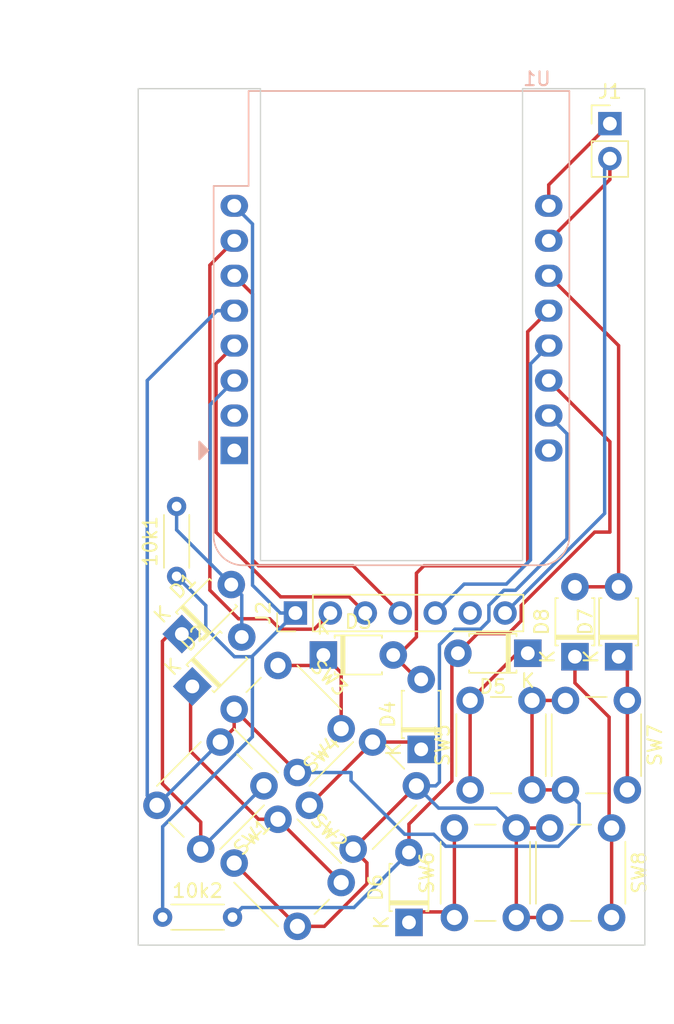
<source format=kicad_pcb>
(kicad_pcb (version 20171130) (host pcbnew 5.1.6)

  (general
    (thickness 1.6)
    (drawings 7)
    (tracks 156)
    (zones 0)
    (modules 21)
    (nets 22)
  )

  (page A4)
  (layers
    (0 F.Cu signal)
    (31 B.Cu signal)
    (32 B.Adhes user)
    (33 F.Adhes user)
    (34 B.Paste user)
    (35 F.Paste user)
    (36 B.SilkS user)
    (37 F.SilkS user)
    (38 B.Mask user)
    (39 F.Mask user)
    (40 Dwgs.User user)
    (41 Cmts.User user)
    (42 Eco1.User user)
    (43 Eco2.User user)
    (44 Edge.Cuts user)
    (45 Margin user)
    (46 B.CrtYd user)
    (47 F.CrtYd user)
    (48 B.Fab user)
    (49 F.Fab user)
  )

  (setup
    (last_trace_width 0.25)
    (trace_clearance 0.2)
    (zone_clearance 0.508)
    (zone_45_only no)
    (trace_min 0.2)
    (via_size 0.8)
    (via_drill 0.4)
    (via_min_size 0.4)
    (via_min_drill 0.3)
    (uvia_size 0.3)
    (uvia_drill 0.1)
    (uvias_allowed no)
    (uvia_min_size 0.2)
    (uvia_min_drill 0.1)
    (edge_width 0.05)
    (segment_width 0.2)
    (pcb_text_width 0.3)
    (pcb_text_size 1.5 1.5)
    (mod_edge_width 0.12)
    (mod_text_size 1 1)
    (mod_text_width 0.15)
    (pad_size 1.524 1.524)
    (pad_drill 0.762)
    (pad_to_mask_clearance 0.05)
    (aux_axis_origin 0 0)
    (visible_elements FFFFFF7F)
    (pcbplotparams
      (layerselection 0x010fc_ffffffff)
      (usegerberextensions false)
      (usegerberattributes true)
      (usegerberadvancedattributes true)
      (creategerberjobfile true)
      (excludeedgelayer true)
      (linewidth 0.100000)
      (plotframeref false)
      (viasonmask false)
      (mode 1)
      (useauxorigin false)
      (hpglpennumber 1)
      (hpglpenspeed 20)
      (hpglpendiameter 15.000000)
      (psnegative false)
      (psa4output false)
      (plotreference true)
      (plotvalue true)
      (plotinvisibletext false)
      (padsonsilk false)
      (subtractmaskfromsilk false)
      (outputformat 1)
      (mirror false)
      (drillshape 0)
      (scaleselection 1)
      (outputdirectory "output/"))
  )

  (net 0 "")
  (net 1 "Net-(D1-Pad1)")
  (net 2 "Net-(D2-Pad1)")
  (net 3 "Net-(D3-Pad2)")
  (net 4 "Net-(D3-Pad1)")
  (net 5 "Net-(D4-Pad1)")
  (net 6 "Net-(D5-Pad1)")
  (net 7 "Net-(D6-Pad1)")
  (net 8 "Net-(D7-Pad2)")
  (net 9 "Net-(D7-Pad1)")
  (net 10 "Net-(D8-Pad1)")
  (net 11 "Net-(SW2-Pad2)")
  (net 12 "Net-(J2-Pad5)")
  (net 13 Earth)
  (net 14 "Net-(J1-Pad1)")
  (net 15 "Net-(J2-Pad2)")
  (net 16 "Net-(J2-Pad4)")
  (net 17 "Net-(SW1-Pad2)")
  (net 18 "Net-(J2-Pad3)")
  (net 19 "Net-(10k1-Pad2)")
  (net 20 "Net-(10k1-Pad1)")
  (net 21 "Net-(10k2-Pad2)")

  (net_class Default "This is the default net class."
    (clearance 0.2)
    (trace_width 0.25)
    (via_dia 0.8)
    (via_drill 0.4)
    (uvia_dia 0.3)
    (uvia_drill 0.1)
    (add_net Earth)
    (add_net "Net-(10k1-Pad1)")
    (add_net "Net-(10k1-Pad2)")
    (add_net "Net-(10k2-Pad2)")
    (add_net "Net-(D1-Pad1)")
    (add_net "Net-(D2-Pad1)")
    (add_net "Net-(D3-Pad1)")
    (add_net "Net-(D3-Pad2)")
    (add_net "Net-(D4-Pad1)")
    (add_net "Net-(D5-Pad1)")
    (add_net "Net-(D6-Pad1)")
    (add_net "Net-(D7-Pad1)")
    (add_net "Net-(D7-Pad2)")
    (add_net "Net-(D8-Pad1)")
    (add_net "Net-(J1-Pad1)")
    (add_net "Net-(J2-Pad2)")
    (add_net "Net-(J2-Pad3)")
    (add_net "Net-(J2-Pad4)")
    (add_net "Net-(J2-Pad5)")
    (add_net "Net-(J2-Pad6)")
    (add_net "Net-(SW1-Pad2)")
    (add_net "Net-(SW2-Pad2)")
    (add_net "Net-(U1-Pad1)")
    (add_net "Net-(U1-Pad16)")
    (add_net "Net-(U1-Pad2)")
  )

  (module Resistor_THT:R_Axial_DIN0204_L3.6mm_D1.6mm_P5.08mm_Horizontal (layer F.Cu) (tedit 5AE5139B) (tstamp 5F35DB98)
    (at 27.178 95.758)
    (descr "Resistor, Axial_DIN0204 series, Axial, Horizontal, pin pitch=5.08mm, 0.167W, length*diameter=3.6*1.6mm^2, http://cdn-reichelt.de/documents/datenblatt/B400/1_4W%23YAG.pdf")
    (tags "Resistor Axial_DIN0204 series Axial Horizontal pin pitch 5.08mm 0.167W length 3.6mm diameter 1.6mm")
    (path /5F37A711)
    (fp_text reference 10k2 (at 2.54 -1.92) (layer F.SilkS)
      (effects (font (size 1 1) (thickness 0.15)))
    )
    (fp_text value R (at 2.54 1.92) (layer F.Fab)
      (effects (font (size 1 1) (thickness 0.15)))
    )
    (fp_text user %R (at 2.54 0) (layer F.Fab)
      (effects (font (size 0.72 0.72) (thickness 0.108)))
    )
    (fp_line (start 0.74 -0.8) (end 0.74 0.8) (layer F.Fab) (width 0.1))
    (fp_line (start 0.74 0.8) (end 4.34 0.8) (layer F.Fab) (width 0.1))
    (fp_line (start 4.34 0.8) (end 4.34 -0.8) (layer F.Fab) (width 0.1))
    (fp_line (start 4.34 -0.8) (end 0.74 -0.8) (layer F.Fab) (width 0.1))
    (fp_line (start 0 0) (end 0.74 0) (layer F.Fab) (width 0.1))
    (fp_line (start 5.08 0) (end 4.34 0) (layer F.Fab) (width 0.1))
    (fp_line (start 0.62 -0.92) (end 4.46 -0.92) (layer F.SilkS) (width 0.12))
    (fp_line (start 0.62 0.92) (end 4.46 0.92) (layer F.SilkS) (width 0.12))
    (fp_line (start -0.95 -1.05) (end -0.95 1.05) (layer F.CrtYd) (width 0.05))
    (fp_line (start -0.95 1.05) (end 6.03 1.05) (layer F.CrtYd) (width 0.05))
    (fp_line (start 6.03 1.05) (end 6.03 -1.05) (layer F.CrtYd) (width 0.05))
    (fp_line (start 6.03 -1.05) (end -0.95 -1.05) (layer F.CrtYd) (width 0.05))
    (pad 2 thru_hole oval (at 5.08 0) (size 1.4 1.4) (drill 0.7) (layers *.Cu *.Mask)
      (net 21 "Net-(10k2-Pad2)"))
    (pad 1 thru_hole circle (at 0 0) (size 1.4 1.4) (drill 0.7) (layers *.Cu *.Mask)
      (net 20 "Net-(10k1-Pad1)"))
    (model ${KISYS3DMOD}/Resistor_THT.3dshapes/R_Axial_DIN0204_L3.6mm_D1.6mm_P5.08mm_Horizontal.wrl
      (at (xyz 0 0 0))
      (scale (xyz 1 1 1))
      (rotate (xyz 0 0 0))
    )
  )

  (module Resistor_THT:R_Axial_DIN0204_L3.6mm_D1.6mm_P5.08mm_Horizontal (layer F.Cu) (tedit 5AE5139B) (tstamp 5F35DB85)
    (at 28.194 70.993 90)
    (descr "Resistor, Axial_DIN0204 series, Axial, Horizontal, pin pitch=5.08mm, 0.167W, length*diameter=3.6*1.6mm^2, http://cdn-reichelt.de/documents/datenblatt/B400/1_4W%23YAG.pdf")
    (tags "Resistor Axial_DIN0204 series Axial Horizontal pin pitch 5.08mm 0.167W length 3.6mm diameter 1.6mm")
    (path /5F3793F2)
    (fp_text reference 10k1 (at 2.54 -1.92 90) (layer F.SilkS)
      (effects (font (size 1 1) (thickness 0.15)))
    )
    (fp_text value R (at 2.54 1.92 90) (layer F.Fab)
      (effects (font (size 1 1) (thickness 0.15)))
    )
    (fp_text user %R (at 2.54 0 90) (layer F.Fab)
      (effects (font (size 0.72 0.72) (thickness 0.108)))
    )
    (fp_line (start 0.74 -0.8) (end 0.74 0.8) (layer F.Fab) (width 0.1))
    (fp_line (start 0.74 0.8) (end 4.34 0.8) (layer F.Fab) (width 0.1))
    (fp_line (start 4.34 0.8) (end 4.34 -0.8) (layer F.Fab) (width 0.1))
    (fp_line (start 4.34 -0.8) (end 0.74 -0.8) (layer F.Fab) (width 0.1))
    (fp_line (start 0 0) (end 0.74 0) (layer F.Fab) (width 0.1))
    (fp_line (start 5.08 0) (end 4.34 0) (layer F.Fab) (width 0.1))
    (fp_line (start 0.62 -0.92) (end 4.46 -0.92) (layer F.SilkS) (width 0.12))
    (fp_line (start 0.62 0.92) (end 4.46 0.92) (layer F.SilkS) (width 0.12))
    (fp_line (start -0.95 -1.05) (end -0.95 1.05) (layer F.CrtYd) (width 0.05))
    (fp_line (start -0.95 1.05) (end 6.03 1.05) (layer F.CrtYd) (width 0.05))
    (fp_line (start 6.03 1.05) (end 6.03 -1.05) (layer F.CrtYd) (width 0.05))
    (fp_line (start 6.03 -1.05) (end -0.95 -1.05) (layer F.CrtYd) (width 0.05))
    (pad 2 thru_hole oval (at 5.08 0 90) (size 1.4 1.4) (drill 0.7) (layers *.Cu *.Mask)
      (net 19 "Net-(10k1-Pad2)"))
    (pad 1 thru_hole circle (at 0 0 90) (size 1.4 1.4) (drill 0.7) (layers *.Cu *.Mask)
      (net 20 "Net-(10k1-Pad1)"))
    (model ${KISYS3DMOD}/Resistor_THT.3dshapes/R_Axial_DIN0204_L3.6mm_D1.6mm_P5.08mm_Horizontal.wrl
      (at (xyz 0 0 0))
      (scale (xyz 1 1 1))
      (rotate (xyz 0 0 0))
    )
  )

  (module Diode_THT:D_T-1_P5.08mm_Horizontal (layer F.Cu) (tedit 5AE50CD5) (tstamp 5F12D7AC)
    (at 57.15 76.835 90)
    (descr "Diode, T-1 series, Axial, Horizontal, pin pitch=5.08mm, , length*diameter=3.2*2.6mm^2, , http://www.diodes.com/_files/packages/T-1.pdf")
    (tags "Diode T-1 series Axial Horizontal pin pitch 5.08mm  length 3.2mm diameter 2.6mm")
    (path /5F14DB36)
    (fp_text reference D8 (at 2.54 -2.42 90) (layer F.SilkS)
      (effects (font (size 1 1) (thickness 0.15)))
    )
    (fp_text value 1N4001 (at 2.54 2.42 90) (layer F.Fab)
      (effects (font (size 1 1) (thickness 0.15)))
    )
    (fp_text user K (at 0 -2 90) (layer F.SilkS)
      (effects (font (size 1 1) (thickness 0.15)))
    )
    (fp_text user K (at 0 -2 90) (layer F.Fab)
      (effects (font (size 1 1) (thickness 0.15)))
    )
    (fp_text user %R (at 2.78 0 90) (layer F.Fab)
      (effects (font (size 0.64 0.64) (thickness 0.096)))
    )
    (fp_line (start 0.94 -1.3) (end 0.94 1.3) (layer F.Fab) (width 0.1))
    (fp_line (start 0.94 1.3) (end 4.14 1.3) (layer F.Fab) (width 0.1))
    (fp_line (start 4.14 1.3) (end 4.14 -1.3) (layer F.Fab) (width 0.1))
    (fp_line (start 4.14 -1.3) (end 0.94 -1.3) (layer F.Fab) (width 0.1))
    (fp_line (start 0 0) (end 0.94 0) (layer F.Fab) (width 0.1))
    (fp_line (start 5.08 0) (end 4.14 0) (layer F.Fab) (width 0.1))
    (fp_line (start 1.42 -1.3) (end 1.42 1.3) (layer F.Fab) (width 0.1))
    (fp_line (start 1.52 -1.3) (end 1.52 1.3) (layer F.Fab) (width 0.1))
    (fp_line (start 1.32 -1.3) (end 1.32 1.3) (layer F.Fab) (width 0.1))
    (fp_line (start 0.82 -1.24) (end 0.82 -1.42) (layer F.SilkS) (width 0.12))
    (fp_line (start 0.82 -1.42) (end 4.26 -1.42) (layer F.SilkS) (width 0.12))
    (fp_line (start 4.26 -1.42) (end 4.26 -1.24) (layer F.SilkS) (width 0.12))
    (fp_line (start 0.82 1.24) (end 0.82 1.42) (layer F.SilkS) (width 0.12))
    (fp_line (start 0.82 1.42) (end 4.26 1.42) (layer F.SilkS) (width 0.12))
    (fp_line (start 4.26 1.42) (end 4.26 1.24) (layer F.SilkS) (width 0.12))
    (fp_line (start 1.42 -1.42) (end 1.42 1.42) (layer F.SilkS) (width 0.12))
    (fp_line (start 1.54 -1.42) (end 1.54 1.42) (layer F.SilkS) (width 0.12))
    (fp_line (start 1.3 -1.42) (end 1.3 1.42) (layer F.SilkS) (width 0.12))
    (fp_line (start -1.25 -1.55) (end -1.25 1.55) (layer F.CrtYd) (width 0.05))
    (fp_line (start -1.25 1.55) (end 6.33 1.55) (layer F.CrtYd) (width 0.05))
    (fp_line (start 6.33 1.55) (end 6.33 -1.55) (layer F.CrtYd) (width 0.05))
    (fp_line (start 6.33 -1.55) (end -1.25 -1.55) (layer F.CrtYd) (width 0.05))
    (pad 2 thru_hole oval (at 5.08 0 90) (size 2 2) (drill 1) (layers *.Cu *.Mask)
      (net 8 "Net-(D7-Pad2)"))
    (pad 1 thru_hole rect (at 0 0 90) (size 2 2) (drill 1) (layers *.Cu *.Mask)
      (net 10 "Net-(D8-Pad1)"))
    (model ${KISYS3DMOD}/Diode_THT.3dshapes/D_T-1_P5.08mm_Horizontal.wrl
      (at (xyz 0 0 0))
      (scale (xyz 1 1 1))
      (rotate (xyz 0 0 0))
    )
  )

  (module Diode_THT:D_T-1_P5.08mm_Horizontal (layer F.Cu) (tedit 5AE50CD5) (tstamp 5F12D78D)
    (at 60.325 76.835 90)
    (descr "Diode, T-1 series, Axial, Horizontal, pin pitch=5.08mm, , length*diameter=3.2*2.6mm^2, , http://www.diodes.com/_files/packages/T-1.pdf")
    (tags "Diode T-1 series Axial Horizontal pin pitch 5.08mm  length 3.2mm diameter 2.6mm")
    (path /5F14C414)
    (fp_text reference D7 (at 2.54 -2.42 90) (layer F.SilkS)
      (effects (font (size 1 1) (thickness 0.15)))
    )
    (fp_text value 1N4001 (at 2.54 2.42 90) (layer F.Fab)
      (effects (font (size 1 1) (thickness 0.15)))
    )
    (fp_text user K (at 0 -2 90) (layer F.SilkS)
      (effects (font (size 1 1) (thickness 0.15)))
    )
    (fp_text user K (at 0 -2 90) (layer F.Fab)
      (effects (font (size 1 1) (thickness 0.15)))
    )
    (fp_text user %R (at 2.78 0 90) (layer F.Fab)
      (effects (font (size 0.64 0.64) (thickness 0.096)))
    )
    (fp_line (start 0.94 -1.3) (end 0.94 1.3) (layer F.Fab) (width 0.1))
    (fp_line (start 0.94 1.3) (end 4.14 1.3) (layer F.Fab) (width 0.1))
    (fp_line (start 4.14 1.3) (end 4.14 -1.3) (layer F.Fab) (width 0.1))
    (fp_line (start 4.14 -1.3) (end 0.94 -1.3) (layer F.Fab) (width 0.1))
    (fp_line (start 0 0) (end 0.94 0) (layer F.Fab) (width 0.1))
    (fp_line (start 5.08 0) (end 4.14 0) (layer F.Fab) (width 0.1))
    (fp_line (start 1.42 -1.3) (end 1.42 1.3) (layer F.Fab) (width 0.1))
    (fp_line (start 1.52 -1.3) (end 1.52 1.3) (layer F.Fab) (width 0.1))
    (fp_line (start 1.32 -1.3) (end 1.32 1.3) (layer F.Fab) (width 0.1))
    (fp_line (start 0.82 -1.24) (end 0.82 -1.42) (layer F.SilkS) (width 0.12))
    (fp_line (start 0.82 -1.42) (end 4.26 -1.42) (layer F.SilkS) (width 0.12))
    (fp_line (start 4.26 -1.42) (end 4.26 -1.24) (layer F.SilkS) (width 0.12))
    (fp_line (start 0.82 1.24) (end 0.82 1.42) (layer F.SilkS) (width 0.12))
    (fp_line (start 0.82 1.42) (end 4.26 1.42) (layer F.SilkS) (width 0.12))
    (fp_line (start 4.26 1.42) (end 4.26 1.24) (layer F.SilkS) (width 0.12))
    (fp_line (start 1.42 -1.42) (end 1.42 1.42) (layer F.SilkS) (width 0.12))
    (fp_line (start 1.54 -1.42) (end 1.54 1.42) (layer F.SilkS) (width 0.12))
    (fp_line (start 1.3 -1.42) (end 1.3 1.42) (layer F.SilkS) (width 0.12))
    (fp_line (start -1.25 -1.55) (end -1.25 1.55) (layer F.CrtYd) (width 0.05))
    (fp_line (start -1.25 1.55) (end 6.33 1.55) (layer F.CrtYd) (width 0.05))
    (fp_line (start 6.33 1.55) (end 6.33 -1.55) (layer F.CrtYd) (width 0.05))
    (fp_line (start 6.33 -1.55) (end -1.25 -1.55) (layer F.CrtYd) (width 0.05))
    (pad 2 thru_hole oval (at 5.08 0 90) (size 2 2) (drill 1) (layers *.Cu *.Mask)
      (net 8 "Net-(D7-Pad2)"))
    (pad 1 thru_hole rect (at 0 0 90) (size 2 2) (drill 1) (layers *.Cu *.Mask)
      (net 9 "Net-(D7-Pad1)"))
    (model ${KISYS3DMOD}/Diode_THT.3dshapes/D_T-1_P5.08mm_Horizontal.wrl
      (at (xyz 0 0 0))
      (scale (xyz 1 1 1))
      (rotate (xyz 0 0 0))
    )
  )

  (module Diode_THT:D_T-1_P5.08mm_Horizontal (layer F.Cu) (tedit 5AE50CD5) (tstamp 5F12D76E)
    (at 45.085 96.139 90)
    (descr "Diode, T-1 series, Axial, Horizontal, pin pitch=5.08mm, , length*diameter=3.2*2.6mm^2, , http://www.diodes.com/_files/packages/T-1.pdf")
    (tags "Diode T-1 series Axial Horizontal pin pitch 5.08mm  length 3.2mm diameter 2.6mm")
    (path /5F14CF02)
    (fp_text reference D6 (at 2.54 -2.42 90) (layer F.SilkS)
      (effects (font (size 1 1) (thickness 0.15)))
    )
    (fp_text value 1N4001 (at 2.54 2.42 90) (layer F.Fab)
      (effects (font (size 1 1) (thickness 0.15)))
    )
    (fp_text user K (at 0 -2 90) (layer F.SilkS)
      (effects (font (size 1 1) (thickness 0.15)))
    )
    (fp_text user K (at 0 -2 90) (layer F.Fab)
      (effects (font (size 1 1) (thickness 0.15)))
    )
    (fp_text user %R (at 2.78 0 90) (layer F.Fab)
      (effects (font (size 0.64 0.64) (thickness 0.096)))
    )
    (fp_line (start 0.94 -1.3) (end 0.94 1.3) (layer F.Fab) (width 0.1))
    (fp_line (start 0.94 1.3) (end 4.14 1.3) (layer F.Fab) (width 0.1))
    (fp_line (start 4.14 1.3) (end 4.14 -1.3) (layer F.Fab) (width 0.1))
    (fp_line (start 4.14 -1.3) (end 0.94 -1.3) (layer F.Fab) (width 0.1))
    (fp_line (start 0 0) (end 0.94 0) (layer F.Fab) (width 0.1))
    (fp_line (start 5.08 0) (end 4.14 0) (layer F.Fab) (width 0.1))
    (fp_line (start 1.42 -1.3) (end 1.42 1.3) (layer F.Fab) (width 0.1))
    (fp_line (start 1.52 -1.3) (end 1.52 1.3) (layer F.Fab) (width 0.1))
    (fp_line (start 1.32 -1.3) (end 1.32 1.3) (layer F.Fab) (width 0.1))
    (fp_line (start 0.82 -1.24) (end 0.82 -1.42) (layer F.SilkS) (width 0.12))
    (fp_line (start 0.82 -1.42) (end 4.26 -1.42) (layer F.SilkS) (width 0.12))
    (fp_line (start 4.26 -1.42) (end 4.26 -1.24) (layer F.SilkS) (width 0.12))
    (fp_line (start 0.82 1.24) (end 0.82 1.42) (layer F.SilkS) (width 0.12))
    (fp_line (start 0.82 1.42) (end 4.26 1.42) (layer F.SilkS) (width 0.12))
    (fp_line (start 4.26 1.42) (end 4.26 1.24) (layer F.SilkS) (width 0.12))
    (fp_line (start 1.42 -1.42) (end 1.42 1.42) (layer F.SilkS) (width 0.12))
    (fp_line (start 1.54 -1.42) (end 1.54 1.42) (layer F.SilkS) (width 0.12))
    (fp_line (start 1.3 -1.42) (end 1.3 1.42) (layer F.SilkS) (width 0.12))
    (fp_line (start -1.25 -1.55) (end -1.25 1.55) (layer F.CrtYd) (width 0.05))
    (fp_line (start -1.25 1.55) (end 6.33 1.55) (layer F.CrtYd) (width 0.05))
    (fp_line (start 6.33 1.55) (end 6.33 -1.55) (layer F.CrtYd) (width 0.05))
    (fp_line (start 6.33 -1.55) (end -1.25 -1.55) (layer F.CrtYd) (width 0.05))
    (pad 2 thru_hole oval (at 5.08 0 90) (size 2 2) (drill 1) (layers *.Cu *.Mask)
      (net 21 "Net-(10k2-Pad2)"))
    (pad 1 thru_hole rect (at 0 0 90) (size 2 2) (drill 1) (layers *.Cu *.Mask)
      (net 7 "Net-(D6-Pad1)"))
    (model ${KISYS3DMOD}/Diode_THT.3dshapes/D_T-1_P5.08mm_Horizontal.wrl
      (at (xyz 0 0 0))
      (scale (xyz 1 1 1))
      (rotate (xyz 0 0 0))
    )
  )

  (module Diode_THT:D_T-1_P5.08mm_Horizontal (layer F.Cu) (tedit 5AE50CD5) (tstamp 5F12D74F)
    (at 53.721 76.581 180)
    (descr "Diode, T-1 series, Axial, Horizontal, pin pitch=5.08mm, , length*diameter=3.2*2.6mm^2, , http://www.diodes.com/_files/packages/T-1.pdf")
    (tags "Diode T-1 series Axial Horizontal pin pitch 5.08mm  length 3.2mm diameter 2.6mm")
    (path /5F14B8AA)
    (fp_text reference D5 (at 2.54 -2.42) (layer F.SilkS)
      (effects (font (size 1 1) (thickness 0.15)))
    )
    (fp_text value 1N4001 (at 2.54 2.42) (layer F.Fab)
      (effects (font (size 1 1) (thickness 0.15)))
    )
    (fp_text user K (at 0 -2) (layer F.SilkS)
      (effects (font (size 1 1) (thickness 0.15)))
    )
    (fp_text user K (at 0 -2) (layer F.Fab)
      (effects (font (size 1 1) (thickness 0.15)))
    )
    (fp_text user %R (at 2.78 0) (layer F.Fab)
      (effects (font (size 0.64 0.64) (thickness 0.096)))
    )
    (fp_line (start 0.94 -1.3) (end 0.94 1.3) (layer F.Fab) (width 0.1))
    (fp_line (start 0.94 1.3) (end 4.14 1.3) (layer F.Fab) (width 0.1))
    (fp_line (start 4.14 1.3) (end 4.14 -1.3) (layer F.Fab) (width 0.1))
    (fp_line (start 4.14 -1.3) (end 0.94 -1.3) (layer F.Fab) (width 0.1))
    (fp_line (start 0 0) (end 0.94 0) (layer F.Fab) (width 0.1))
    (fp_line (start 5.08 0) (end 4.14 0) (layer F.Fab) (width 0.1))
    (fp_line (start 1.42 -1.3) (end 1.42 1.3) (layer F.Fab) (width 0.1))
    (fp_line (start 1.52 -1.3) (end 1.52 1.3) (layer F.Fab) (width 0.1))
    (fp_line (start 1.32 -1.3) (end 1.32 1.3) (layer F.Fab) (width 0.1))
    (fp_line (start 0.82 -1.24) (end 0.82 -1.42) (layer F.SilkS) (width 0.12))
    (fp_line (start 0.82 -1.42) (end 4.26 -1.42) (layer F.SilkS) (width 0.12))
    (fp_line (start 4.26 -1.42) (end 4.26 -1.24) (layer F.SilkS) (width 0.12))
    (fp_line (start 0.82 1.24) (end 0.82 1.42) (layer F.SilkS) (width 0.12))
    (fp_line (start 0.82 1.42) (end 4.26 1.42) (layer F.SilkS) (width 0.12))
    (fp_line (start 4.26 1.42) (end 4.26 1.24) (layer F.SilkS) (width 0.12))
    (fp_line (start 1.42 -1.42) (end 1.42 1.42) (layer F.SilkS) (width 0.12))
    (fp_line (start 1.54 -1.42) (end 1.54 1.42) (layer F.SilkS) (width 0.12))
    (fp_line (start 1.3 -1.42) (end 1.3 1.42) (layer F.SilkS) (width 0.12))
    (fp_line (start -1.25 -1.55) (end -1.25 1.55) (layer F.CrtYd) (width 0.05))
    (fp_line (start -1.25 1.55) (end 6.33 1.55) (layer F.CrtYd) (width 0.05))
    (fp_line (start 6.33 1.55) (end 6.33 -1.55) (layer F.CrtYd) (width 0.05))
    (fp_line (start 6.33 -1.55) (end -1.25 -1.55) (layer F.CrtYd) (width 0.05))
    (pad 2 thru_hole oval (at 5.08 0 180) (size 2 2) (drill 1) (layers *.Cu *.Mask)
      (net 21 "Net-(10k2-Pad2)"))
    (pad 1 thru_hole rect (at 0 0 180) (size 2 2) (drill 1) (layers *.Cu *.Mask)
      (net 6 "Net-(D5-Pad1)"))
    (model ${KISYS3DMOD}/Diode_THT.3dshapes/D_T-1_P5.08mm_Horizontal.wrl
      (at (xyz 0 0 0))
      (scale (xyz 1 1 1))
      (rotate (xyz 0 0 0))
    )
  )

  (module Diode_THT:D_T-1_P5.08mm_Horizontal (layer F.Cu) (tedit 5AE50CD5) (tstamp 5F12D730)
    (at 45.974 83.566 90)
    (descr "Diode, T-1 series, Axial, Horizontal, pin pitch=5.08mm, , length*diameter=3.2*2.6mm^2, , http://www.diodes.com/_files/packages/T-1.pdf")
    (tags "Diode T-1 series Axial Horizontal pin pitch 5.08mm  length 3.2mm diameter 2.6mm")
    (path /5F14AFA4)
    (fp_text reference D4 (at 2.54 -2.42 90) (layer F.SilkS)
      (effects (font (size 1 1) (thickness 0.15)))
    )
    (fp_text value 1N4001 (at 2.54 2.42 90) (layer F.Fab)
      (effects (font (size 1 1) (thickness 0.15)))
    )
    (fp_text user K (at 0 -2 90) (layer F.SilkS)
      (effects (font (size 1 1) (thickness 0.15)))
    )
    (fp_text user K (at 0 -2 90) (layer F.Fab)
      (effects (font (size 1 1) (thickness 0.15)))
    )
    (fp_text user %R (at 2.794 0 90) (layer F.Fab)
      (effects (font (size 0.64 0.64) (thickness 0.096)))
    )
    (fp_line (start 0.94 -1.3) (end 0.94 1.3) (layer F.Fab) (width 0.1))
    (fp_line (start 0.94 1.3) (end 4.14 1.3) (layer F.Fab) (width 0.1))
    (fp_line (start 4.14 1.3) (end 4.14 -1.3) (layer F.Fab) (width 0.1))
    (fp_line (start 4.14 -1.3) (end 0.94 -1.3) (layer F.Fab) (width 0.1))
    (fp_line (start 0 0) (end 0.94 0) (layer F.Fab) (width 0.1))
    (fp_line (start 5.08 0) (end 4.14 0) (layer F.Fab) (width 0.1))
    (fp_line (start 1.42 -1.3) (end 1.42 1.3) (layer F.Fab) (width 0.1))
    (fp_line (start 1.52 -1.3) (end 1.52 1.3) (layer F.Fab) (width 0.1))
    (fp_line (start 1.32 -1.3) (end 1.32 1.3) (layer F.Fab) (width 0.1))
    (fp_line (start 0.82 -1.24) (end 0.82 -1.42) (layer F.SilkS) (width 0.12))
    (fp_line (start 0.82 -1.42) (end 4.26 -1.42) (layer F.SilkS) (width 0.12))
    (fp_line (start 4.26 -1.42) (end 4.26 -1.24) (layer F.SilkS) (width 0.12))
    (fp_line (start 0.82 1.24) (end 0.82 1.42) (layer F.SilkS) (width 0.12))
    (fp_line (start 0.82 1.42) (end 4.26 1.42) (layer F.SilkS) (width 0.12))
    (fp_line (start 4.26 1.42) (end 4.26 1.24) (layer F.SilkS) (width 0.12))
    (fp_line (start 1.42 -1.42) (end 1.42 1.42) (layer F.SilkS) (width 0.12))
    (fp_line (start 1.54 -1.42) (end 1.54 1.42) (layer F.SilkS) (width 0.12))
    (fp_line (start 1.3 -1.42) (end 1.3 1.42) (layer F.SilkS) (width 0.12))
    (fp_line (start -1.25 -1.55) (end -1.25 1.55) (layer F.CrtYd) (width 0.05))
    (fp_line (start -1.25 1.55) (end 6.33 1.55) (layer F.CrtYd) (width 0.05))
    (fp_line (start 6.33 1.55) (end 6.33 -1.55) (layer F.CrtYd) (width 0.05))
    (fp_line (start 6.33 -1.55) (end -1.25 -1.55) (layer F.CrtYd) (width 0.05))
    (pad 2 thru_hole oval (at 5.08 0 90) (size 2 2) (drill 1) (layers *.Cu *.Mask)
      (net 3 "Net-(D3-Pad2)"))
    (pad 1 thru_hole rect (at 0 0 90) (size 2 2) (drill 1) (layers *.Cu *.Mask)
      (net 5 "Net-(D4-Pad1)"))
    (model ${KISYS3DMOD}/Diode_THT.3dshapes/D_T-1_P5.08mm_Horizontal.wrl
      (at (xyz 0 0 0))
      (scale (xyz 1 1 1))
      (rotate (xyz 0 0 0))
    )
  )

  (module Diode_THT:D_T-1_P5.08mm_Horizontal (layer F.Cu) (tedit 5AE50CD5) (tstamp 5F12D6F2)
    (at 29.337 78.994 45)
    (descr "Diode, T-1 series, Axial, Horizontal, pin pitch=5.08mm, , length*diameter=3.2*2.6mm^2, , http://www.diodes.com/_files/packages/T-1.pdf")
    (tags "Diode T-1 series Axial Horizontal pin pitch 5.08mm  length 3.2mm diameter 2.6mm")
    (path /5F14A244)
    (fp_text reference D2 (at 2.54 -2.42 45) (layer F.SilkS)
      (effects (font (size 1 1) (thickness 0.15)))
    )
    (fp_text value 1N4001 (at 2.54 2.42 45) (layer F.Fab)
      (effects (font (size 1 1) (thickness 0.15)))
    )
    (fp_text user K (at 0 -2 45) (layer F.SilkS)
      (effects (font (size 1 1) (thickness 0.15)))
    )
    (fp_text user K (at 0 -2 45) (layer F.Fab)
      (effects (font (size 1 1) (thickness 0.15)))
    )
    (fp_text user %R (at 2.78 0 45) (layer F.Fab)
      (effects (font (size 0.64 0.64) (thickness 0.096)))
    )
    (fp_line (start 0.94 -1.3) (end 0.94 1.3) (layer F.Fab) (width 0.1))
    (fp_line (start 0.94 1.3) (end 4.14 1.3) (layer F.Fab) (width 0.1))
    (fp_line (start 4.14 1.3) (end 4.14 -1.3) (layer F.Fab) (width 0.1))
    (fp_line (start 4.14 -1.3) (end 0.94 -1.3) (layer F.Fab) (width 0.1))
    (fp_line (start 0 0) (end 0.94 0) (layer F.Fab) (width 0.1))
    (fp_line (start 5.08 0) (end 4.14 0) (layer F.Fab) (width 0.1))
    (fp_line (start 1.42 -1.3) (end 1.42 1.3) (layer F.Fab) (width 0.1))
    (fp_line (start 1.52 -1.3) (end 1.52 1.3) (layer F.Fab) (width 0.1))
    (fp_line (start 1.32 -1.3) (end 1.32 1.3) (layer F.Fab) (width 0.1))
    (fp_line (start 0.82 -1.24) (end 0.82 -1.42) (layer F.SilkS) (width 0.12))
    (fp_line (start 0.82 -1.42) (end 4.26 -1.42) (layer F.SilkS) (width 0.12))
    (fp_line (start 4.26 -1.42) (end 4.26 -1.24) (layer F.SilkS) (width 0.12))
    (fp_line (start 0.82 1.24) (end 0.82 1.42) (layer F.SilkS) (width 0.12))
    (fp_line (start 0.82 1.42) (end 4.26 1.42) (layer F.SilkS) (width 0.12))
    (fp_line (start 4.26 1.42) (end 4.26 1.24) (layer F.SilkS) (width 0.12))
    (fp_line (start 1.42 -1.42) (end 1.42 1.42) (layer F.SilkS) (width 0.12))
    (fp_line (start 1.54 -1.42) (end 1.54 1.42) (layer F.SilkS) (width 0.12))
    (fp_line (start 1.3 -1.42) (end 1.3 1.42) (layer F.SilkS) (width 0.12))
    (fp_line (start -1.25 -1.55) (end -1.25 1.55) (layer F.CrtYd) (width 0.05))
    (fp_line (start -1.25 1.55) (end 6.33 1.55) (layer F.CrtYd) (width 0.05))
    (fp_line (start 6.33 1.55) (end 6.33 -1.55) (layer F.CrtYd) (width 0.05))
    (fp_line (start 6.33 -1.55) (end -1.25 -1.55) (layer F.CrtYd) (width 0.05))
    (pad 2 thru_hole oval (at 5.08 0 45) (size 2 2) (drill 1) (layers *.Cu *.Mask)
      (net 19 "Net-(10k1-Pad2)"))
    (pad 1 thru_hole rect (at 0 0 45) (size 2 2) (drill 1) (layers *.Cu *.Mask)
      (net 2 "Net-(D2-Pad1)"))
    (model ${KISYS3DMOD}/Diode_THT.3dshapes/D_T-1_P5.08mm_Horizontal.wrl
      (at (xyz 0 0 0))
      (scale (xyz 1 1 1))
      (rotate (xyz 0 0 0))
    )
  )

  (module Diode_THT:D_T-1_P5.08mm_Horizontal (layer F.Cu) (tedit 5AE50CD5) (tstamp 5F12D6D3)
    (at 28.575 75.184 45)
    (descr "Diode, T-1 series, Axial, Horizontal, pin pitch=5.08mm, , length*diameter=3.2*2.6mm^2, , http://www.diodes.com/_files/packages/T-1.pdf")
    (tags "Diode T-1 series Axial Horizontal pin pitch 5.08mm  length 3.2mm diameter 2.6mm")
    (path /5F149750)
    (fp_text reference D1 (at 2.54 -2.42 45) (layer F.SilkS)
      (effects (font (size 1 1) (thickness 0.15)))
    )
    (fp_text value 1N4001 (at 2.54 2.42 45) (layer F.Fab)
      (effects (font (size 1 1) (thickness 0.15)))
    )
    (fp_text user K (at 0 -2 45) (layer F.SilkS)
      (effects (font (size 1 1) (thickness 0.15)))
    )
    (fp_text user K (at 0 -2 45) (layer F.Fab)
      (effects (font (size 1 1) (thickness 0.15)))
    )
    (fp_text user %R (at 2.78 0 45) (layer F.Fab)
      (effects (font (size 0.64 0.64) (thickness 0.096)))
    )
    (fp_line (start 0.94 -1.3) (end 0.94 1.3) (layer F.Fab) (width 0.1))
    (fp_line (start 0.94 1.3) (end 4.14 1.3) (layer F.Fab) (width 0.1))
    (fp_line (start 4.14 1.3) (end 4.14 -1.3) (layer F.Fab) (width 0.1))
    (fp_line (start 4.14 -1.3) (end 0.94 -1.3) (layer F.Fab) (width 0.1))
    (fp_line (start 0 0) (end 0.94 0) (layer F.Fab) (width 0.1))
    (fp_line (start 5.08 0) (end 4.14 0) (layer F.Fab) (width 0.1))
    (fp_line (start 1.42 -1.3) (end 1.42 1.3) (layer F.Fab) (width 0.1))
    (fp_line (start 1.52 -1.3) (end 1.52 1.3) (layer F.Fab) (width 0.1))
    (fp_line (start 1.32 -1.3) (end 1.32 1.3) (layer F.Fab) (width 0.1))
    (fp_line (start 0.82 -1.24) (end 0.82 -1.42) (layer F.SilkS) (width 0.12))
    (fp_line (start 0.82 -1.42) (end 4.26 -1.42) (layer F.SilkS) (width 0.12))
    (fp_line (start 4.26 -1.42) (end 4.26 -1.24) (layer F.SilkS) (width 0.12))
    (fp_line (start 0.82 1.24) (end 0.82 1.42) (layer F.SilkS) (width 0.12))
    (fp_line (start 0.82 1.42) (end 4.26 1.42) (layer F.SilkS) (width 0.12))
    (fp_line (start 4.26 1.42) (end 4.26 1.24) (layer F.SilkS) (width 0.12))
    (fp_line (start 1.42 -1.42) (end 1.42 1.42) (layer F.SilkS) (width 0.12))
    (fp_line (start 1.54 -1.42) (end 1.54 1.42) (layer F.SilkS) (width 0.12))
    (fp_line (start 1.3 -1.42) (end 1.3 1.42) (layer F.SilkS) (width 0.12))
    (fp_line (start -1.25 -1.55) (end -1.25 1.55) (layer F.CrtYd) (width 0.05))
    (fp_line (start -1.25 1.55) (end 6.33 1.55) (layer F.CrtYd) (width 0.05))
    (fp_line (start 6.33 1.55) (end 6.33 -1.55) (layer F.CrtYd) (width 0.05))
    (fp_line (start 6.33 -1.55) (end -1.25 -1.55) (layer F.CrtYd) (width 0.05))
    (pad 2 thru_hole oval (at 5.08 0 45) (size 2 2) (drill 1) (layers *.Cu *.Mask)
      (net 19 "Net-(10k1-Pad2)"))
    (pad 1 thru_hole rect (at 0 0 45) (size 2 2) (drill 1) (layers *.Cu *.Mask)
      (net 1 "Net-(D1-Pad1)"))
    (model ${KISYS3DMOD}/Diode_THT.3dshapes/D_T-1_P5.08mm_Horizontal.wrl
      (at (xyz 0 0 0))
      (scale (xyz 1 1 1))
      (rotate (xyz 0 0 0))
    )
  )

  (module Diode_THT:D_T-1_P5.08mm_Horizontal (layer F.Cu) (tedit 5AE50CD5) (tstamp 5F12D711)
    (at 38.862 76.708)
    (descr "Diode, T-1 series, Axial, Horizontal, pin pitch=5.08mm, , length*diameter=3.2*2.6mm^2, , http://www.diodes.com/_files/packages/T-1.pdf")
    (tags "Diode T-1 series Axial Horizontal pin pitch 5.08mm  length 3.2mm diameter 2.6mm")
    (path /5F139392)
    (fp_text reference D3 (at 2.54 -2.42) (layer F.SilkS)
      (effects (font (size 1 1) (thickness 0.15)))
    )
    (fp_text value 1N4001 (at 2.54 2.42) (layer F.Fab)
      (effects (font (size 1 1) (thickness 0.15)))
    )
    (fp_text user K (at 0 -2) (layer F.SilkS)
      (effects (font (size 1 1) (thickness 0.15)))
    )
    (fp_text user K (at 0 -2) (layer F.Fab)
      (effects (font (size 1 1) (thickness 0.15)))
    )
    (fp_text user %R (at 2.78 0) (layer F.Fab)
      (effects (font (size 0.64 0.64) (thickness 0.096)))
    )
    (fp_line (start 0.94 -1.3) (end 0.94 1.3) (layer F.Fab) (width 0.1))
    (fp_line (start 0.94 1.3) (end 4.14 1.3) (layer F.Fab) (width 0.1))
    (fp_line (start 4.14 1.3) (end 4.14 -1.3) (layer F.Fab) (width 0.1))
    (fp_line (start 4.14 -1.3) (end 0.94 -1.3) (layer F.Fab) (width 0.1))
    (fp_line (start 0 0) (end 0.94 0) (layer F.Fab) (width 0.1))
    (fp_line (start 5.08 0) (end 4.14 0) (layer F.Fab) (width 0.1))
    (fp_line (start 1.42 -1.3) (end 1.42 1.3) (layer F.Fab) (width 0.1))
    (fp_line (start 1.52 -1.3) (end 1.52 1.3) (layer F.Fab) (width 0.1))
    (fp_line (start 1.32 -1.3) (end 1.32 1.3) (layer F.Fab) (width 0.1))
    (fp_line (start 0.82 -1.24) (end 0.82 -1.42) (layer F.SilkS) (width 0.12))
    (fp_line (start 0.82 -1.42) (end 4.26 -1.42) (layer F.SilkS) (width 0.12))
    (fp_line (start 4.26 -1.42) (end 4.26 -1.24) (layer F.SilkS) (width 0.12))
    (fp_line (start 0.82 1.24) (end 0.82 1.42) (layer F.SilkS) (width 0.12))
    (fp_line (start 0.82 1.42) (end 4.26 1.42) (layer F.SilkS) (width 0.12))
    (fp_line (start 4.26 1.42) (end 4.26 1.24) (layer F.SilkS) (width 0.12))
    (fp_line (start 1.42 -1.42) (end 1.42 1.42) (layer F.SilkS) (width 0.12))
    (fp_line (start 1.54 -1.42) (end 1.54 1.42) (layer F.SilkS) (width 0.12))
    (fp_line (start 1.3 -1.42) (end 1.3 1.42) (layer F.SilkS) (width 0.12))
    (fp_line (start -1.25 -1.55) (end -1.25 1.55) (layer F.CrtYd) (width 0.05))
    (fp_line (start -1.25 1.55) (end 6.33 1.55) (layer F.CrtYd) (width 0.05))
    (fp_line (start 6.33 1.55) (end 6.33 -1.55) (layer F.CrtYd) (width 0.05))
    (fp_line (start 6.33 -1.55) (end -1.25 -1.55) (layer F.CrtYd) (width 0.05))
    (pad 2 thru_hole oval (at 5.08 0) (size 2 2) (drill 1) (layers *.Cu *.Mask)
      (net 3 "Net-(D3-Pad2)"))
    (pad 1 thru_hole rect (at 0 0) (size 2 2) (drill 1) (layers *.Cu *.Mask)
      (net 4 "Net-(D3-Pad1)"))
    (model ${KISYS3DMOD}/Diode_THT.3dshapes/D_T-1_P5.08mm_Horizontal.wrl
      (at (xyz 0 0 0))
      (scale (xyz 1 1 1))
      (rotate (xyz 0 0 0))
    )
  )

  (module Button_Switch_THT:SW_PUSH_6mm_H5mm (layer F.Cu) (tedit 5A02FE31) (tstamp 5F12F7E3)
    (at 34.544 86.215787 225)
    (descr "tactile push button, 6x6mm e.g. PHAP33xx series, height=5mm")
    (tags "tact sw push 6mm")
    (path /5F14974A)
    (fp_text reference SW1 (at 3.25 -2 45) (layer F.SilkS)
      (effects (font (size 1 1) (thickness 0.15)))
    )
    (fp_text value SW_Push_Dual (at 3.75 6.7 45) (layer F.Fab)
      (effects (font (size 1 1) (thickness 0.15)))
    )
    (fp_circle (center 3.25 2.25) (end 1.25 2.5) (layer F.Fab) (width 0.1))
    (fp_line (start 6.75 3) (end 6.75 1.5) (layer F.SilkS) (width 0.12))
    (fp_line (start 5.5 -1) (end 1 -1) (layer F.SilkS) (width 0.12))
    (fp_line (start -0.25 1.5) (end -0.25 3) (layer F.SilkS) (width 0.12))
    (fp_line (start 1 5.5) (end 5.5 5.5) (layer F.SilkS) (width 0.12))
    (fp_line (start 8 -1.25) (end 8 5.75) (layer F.CrtYd) (width 0.05))
    (fp_line (start 7.75 6) (end -1.25 6) (layer F.CrtYd) (width 0.05))
    (fp_line (start -1.5 5.75) (end -1.5 -1.25) (layer F.CrtYd) (width 0.05))
    (fp_line (start -1.25 -1.5) (end 7.75 -1.5) (layer F.CrtYd) (width 0.05))
    (fp_line (start -1.5 6) (end -1.25 6) (layer F.CrtYd) (width 0.05))
    (fp_line (start -1.5 5.75) (end -1.5 6) (layer F.CrtYd) (width 0.05))
    (fp_line (start -1.5 -1.5) (end -1.25 -1.5) (layer F.CrtYd) (width 0.05))
    (fp_line (start -1.5 -1.25) (end -1.5 -1.5) (layer F.CrtYd) (width 0.05))
    (fp_line (start 8 -1.5) (end 8 -1.25) (layer F.CrtYd) (width 0.05))
    (fp_line (start 7.75 -1.5) (end 8 -1.5) (layer F.CrtYd) (width 0.05))
    (fp_line (start 8 6) (end 8 5.75) (layer F.CrtYd) (width 0.05))
    (fp_line (start 7.75 6) (end 8 6) (layer F.CrtYd) (width 0.05))
    (fp_line (start 0.25 -0.75) (end 3.25 -0.75) (layer F.Fab) (width 0.1))
    (fp_line (start 0.25 5.25) (end 0.25 -0.75) (layer F.Fab) (width 0.1))
    (fp_line (start 6.25 5.25) (end 0.25 5.25) (layer F.Fab) (width 0.1))
    (fp_line (start 6.25 -0.75) (end 6.25 5.25) (layer F.Fab) (width 0.1))
    (fp_line (start 3.25 -0.75) (end 6.25 -0.75) (layer F.Fab) (width 0.1))
    (fp_text user %R (at 3.25 2.25 45) (layer F.Fab)
      (effects (font (size 1 1) (thickness 0.15)))
    )
    (pad 1 thru_hole circle (at 6.5 0 315) (size 2 2) (drill 1.1) (layers *.Cu *.Mask)
      (net 1 "Net-(D1-Pad1)"))
    (pad 2 thru_hole circle (at 6.5 4.5 315) (size 2 2) (drill 1.1) (layers *.Cu *.Mask)
      (net 17 "Net-(SW1-Pad2)"))
    (pad 1 thru_hole circle (at 0 0 315) (size 2 2) (drill 1.1) (layers *.Cu *.Mask)
      (net 1 "Net-(D1-Pad1)"))
    (pad 2 thru_hole circle (at 0 4.5 315) (size 2 2) (drill 1.1) (layers *.Cu *.Mask)
      (net 17 "Net-(SW1-Pad2)"))
    (model ${KISYS3DMOD}/Button_Switch_THT.3dshapes/SW_PUSH_6mm_H5mm.wrl
      (at (xyz 0 0 0))
      (scale (xyz 1 1 1))
      (rotate (xyz 0 0 0))
    )
  )

  (module Connector_PinHeader_2.54mm:PinHeader_1x02_P2.54mm_Vertical (layer F.Cu) (tedit 59FED5CC) (tstamp 5F13019C)
    (at 59.69 38.1)
    (descr "Through hole straight pin header, 1x02, 2.54mm pitch, single row")
    (tags "Through hole pin header THT 1x02 2.54mm single row")
    (path /5F13564C)
    (fp_text reference J1 (at 0 -2.33) (layer F.SilkS)
      (effects (font (size 1 1) (thickness 0.15)))
    )
    (fp_text value Conn_01x02 (at 0 4.87) (layer F.Fab)
      (effects (font (size 1 1) (thickness 0.15)))
    )
    (fp_line (start 1.8 -1.8) (end -1.8 -1.8) (layer F.CrtYd) (width 0.05))
    (fp_line (start 1.8 4.35) (end 1.8 -1.8) (layer F.CrtYd) (width 0.05))
    (fp_line (start -1.8 4.35) (end 1.8 4.35) (layer F.CrtYd) (width 0.05))
    (fp_line (start -1.8 -1.8) (end -1.8 4.35) (layer F.CrtYd) (width 0.05))
    (fp_line (start -1.33 -1.33) (end 0 -1.33) (layer F.SilkS) (width 0.12))
    (fp_line (start -1.33 0) (end -1.33 -1.33) (layer F.SilkS) (width 0.12))
    (fp_line (start -1.33 1.27) (end 1.33 1.27) (layer F.SilkS) (width 0.12))
    (fp_line (start 1.33 1.27) (end 1.33 3.87) (layer F.SilkS) (width 0.12))
    (fp_line (start -1.33 1.27) (end -1.33 3.87) (layer F.SilkS) (width 0.12))
    (fp_line (start -1.33 3.87) (end 1.33 3.87) (layer F.SilkS) (width 0.12))
    (fp_line (start -1.27 -0.635) (end -0.635 -1.27) (layer F.Fab) (width 0.1))
    (fp_line (start -1.27 3.81) (end -1.27 -0.635) (layer F.Fab) (width 0.1))
    (fp_line (start 1.27 3.81) (end -1.27 3.81) (layer F.Fab) (width 0.1))
    (fp_line (start 1.27 -1.27) (end 1.27 3.81) (layer F.Fab) (width 0.1))
    (fp_line (start -0.635 -1.27) (end 1.27 -1.27) (layer F.Fab) (width 0.1))
    (fp_text user %R (at 0 1.27 90) (layer F.Fab)
      (effects (font (size 1 1) (thickness 0.15)))
    )
    (pad 2 thru_hole oval (at 0 2.54) (size 1.7 1.7) (drill 1) (layers *.Cu *.Mask)
      (net 13 Earth))
    (pad 1 thru_hole rect (at 0 0) (size 1.7 1.7) (drill 1) (layers *.Cu *.Mask)
      (net 14 "Net-(J1-Pad1)"))
    (model ${KISYS3DMOD}/Connector_PinHeader_2.54mm.3dshapes/PinHeader_1x02_P2.54mm_Vertical.wrl
      (at (xyz 0 0 0))
      (scale (xyz 1 1 1))
      (rotate (xyz 0 0 0))
    )
  )

  (module Button_Switch_THT:SW_PUSH_6mm_H5mm (layer F.Cu) (tedit 5A02FE31) (tstamp 5F12F8BC)
    (at 59.817 89.281 270)
    (descr "tactile push button, 6x6mm e.g. PHAP33xx series, height=5mm")
    (tags "tact sw push 6mm")
    (path /5F14DB30)
    (fp_text reference SW8 (at 3.25 -2 90) (layer F.SilkS)
      (effects (font (size 1 1) (thickness 0.15)))
    )
    (fp_text value SW_Push_Dual (at 3.75 6.7 90) (layer F.Fab)
      (effects (font (size 1 1) (thickness 0.15)))
    )
    (fp_circle (center 3.25 2.25) (end 1.25 2.5) (layer F.Fab) (width 0.1))
    (fp_line (start 6.75 3) (end 6.75 1.5) (layer F.SilkS) (width 0.12))
    (fp_line (start 5.5 -1) (end 1 -1) (layer F.SilkS) (width 0.12))
    (fp_line (start -0.25 1.5) (end -0.25 3) (layer F.SilkS) (width 0.12))
    (fp_line (start 1 5.5) (end 5.5 5.5) (layer F.SilkS) (width 0.12))
    (fp_line (start 8 -1.25) (end 8 5.75) (layer F.CrtYd) (width 0.05))
    (fp_line (start 7.75 6) (end -1.25 6) (layer F.CrtYd) (width 0.05))
    (fp_line (start -1.5 5.75) (end -1.5 -1.25) (layer F.CrtYd) (width 0.05))
    (fp_line (start -1.25 -1.5) (end 7.75 -1.5) (layer F.CrtYd) (width 0.05))
    (fp_line (start -1.5 6) (end -1.25 6) (layer F.CrtYd) (width 0.05))
    (fp_line (start -1.5 5.75) (end -1.5 6) (layer F.CrtYd) (width 0.05))
    (fp_line (start -1.5 -1.5) (end -1.25 -1.5) (layer F.CrtYd) (width 0.05))
    (fp_line (start -1.5 -1.25) (end -1.5 -1.5) (layer F.CrtYd) (width 0.05))
    (fp_line (start 8 -1.5) (end 8 -1.25) (layer F.CrtYd) (width 0.05))
    (fp_line (start 7.75 -1.5) (end 8 -1.5) (layer F.CrtYd) (width 0.05))
    (fp_line (start 8 6) (end 8 5.75) (layer F.CrtYd) (width 0.05))
    (fp_line (start 7.75 6) (end 8 6) (layer F.CrtYd) (width 0.05))
    (fp_line (start 0.25 -0.75) (end 3.25 -0.75) (layer F.Fab) (width 0.1))
    (fp_line (start 0.25 5.25) (end 0.25 -0.75) (layer F.Fab) (width 0.1))
    (fp_line (start 6.25 5.25) (end 0.25 5.25) (layer F.Fab) (width 0.1))
    (fp_line (start 6.25 -0.75) (end 6.25 5.25) (layer F.Fab) (width 0.1))
    (fp_line (start 3.25 -0.75) (end 6.25 -0.75) (layer F.Fab) (width 0.1))
    (fp_text user %R (at 3.25 2.25 90) (layer F.Fab)
      (effects (font (size 1 1) (thickness 0.15)))
    )
    (pad 1 thru_hole circle (at 6.5 0) (size 2 2) (drill 1.1) (layers *.Cu *.Mask)
      (net 10 "Net-(D8-Pad1)"))
    (pad 2 thru_hole circle (at 6.5 4.5) (size 2 2) (drill 1.1) (layers *.Cu *.Mask)
      (net 11 "Net-(SW2-Pad2)"))
    (pad 1 thru_hole circle (at 0 0) (size 2 2) (drill 1.1) (layers *.Cu *.Mask)
      (net 10 "Net-(D8-Pad1)"))
    (pad 2 thru_hole circle (at 0 4.5) (size 2 2) (drill 1.1) (layers *.Cu *.Mask)
      (net 11 "Net-(SW2-Pad2)"))
    (model ${KISYS3DMOD}/Button_Switch_THT.3dshapes/SW_PUSH_6mm_H5mm.wrl
      (at (xyz 0 0 0))
      (scale (xyz 1 1 1))
      (rotate (xyz 0 0 0))
    )
  )

  (module Button_Switch_THT:SW_PUSH_6mm_H5mm (layer F.Cu) (tedit 5A02FE31) (tstamp 5F12F89D)
    (at 60.96 80.01 270)
    (descr "tactile push button, 6x6mm e.g. PHAP33xx series, height=5mm")
    (tags "tact sw push 6mm")
    (path /5F14C40E)
    (fp_text reference SW7 (at 3.25 -2 90) (layer F.SilkS)
      (effects (font (size 1 1) (thickness 0.15)))
    )
    (fp_text value SW_Push_Dual (at 3.75 6.7 90) (layer F.Fab)
      (effects (font (size 1 1) (thickness 0.15)))
    )
    (fp_circle (center 3.25 2.25) (end 1.25 2.5) (layer F.Fab) (width 0.1))
    (fp_line (start 6.75 3) (end 6.75 1.5) (layer F.SilkS) (width 0.12))
    (fp_line (start 5.5 -1) (end 1 -1) (layer F.SilkS) (width 0.12))
    (fp_line (start -0.25 1.5) (end -0.25 3) (layer F.SilkS) (width 0.12))
    (fp_line (start 1 5.5) (end 5.5 5.5) (layer F.SilkS) (width 0.12))
    (fp_line (start 8 -1.25) (end 8 5.75) (layer F.CrtYd) (width 0.05))
    (fp_line (start 7.75 6) (end -1.25 6) (layer F.CrtYd) (width 0.05))
    (fp_line (start -1.5 5.75) (end -1.5 -1.25) (layer F.CrtYd) (width 0.05))
    (fp_line (start -1.25 -1.5) (end 7.75 -1.5) (layer F.CrtYd) (width 0.05))
    (fp_line (start -1.5 6) (end -1.25 6) (layer F.CrtYd) (width 0.05))
    (fp_line (start -1.5 5.75) (end -1.5 6) (layer F.CrtYd) (width 0.05))
    (fp_line (start -1.5 -1.5) (end -1.25 -1.5) (layer F.CrtYd) (width 0.05))
    (fp_line (start -1.5 -1.25) (end -1.5 -1.5) (layer F.CrtYd) (width 0.05))
    (fp_line (start 8 -1.5) (end 8 -1.25) (layer F.CrtYd) (width 0.05))
    (fp_line (start 7.75 -1.5) (end 8 -1.5) (layer F.CrtYd) (width 0.05))
    (fp_line (start 8 6) (end 8 5.75) (layer F.CrtYd) (width 0.05))
    (fp_line (start 7.75 6) (end 8 6) (layer F.CrtYd) (width 0.05))
    (fp_line (start 0.25 -0.75) (end 3.25 -0.75) (layer F.Fab) (width 0.1))
    (fp_line (start 0.25 5.25) (end 0.25 -0.75) (layer F.Fab) (width 0.1))
    (fp_line (start 6.25 5.25) (end 0.25 5.25) (layer F.Fab) (width 0.1))
    (fp_line (start 6.25 -0.75) (end 6.25 5.25) (layer F.Fab) (width 0.1))
    (fp_line (start 3.25 -0.75) (end 6.25 -0.75) (layer F.Fab) (width 0.1))
    (fp_text user %R (at 3.25 2.25 90) (layer F.Fab)
      (effects (font (size 1 1) (thickness 0.15)))
    )
    (pad 1 thru_hole circle (at 6.5 0) (size 2 2) (drill 1.1) (layers *.Cu *.Mask)
      (net 9 "Net-(D7-Pad1)"))
    (pad 2 thru_hole circle (at 6.5 4.5) (size 2 2) (drill 1.1) (layers *.Cu *.Mask)
      (net 17 "Net-(SW1-Pad2)"))
    (pad 1 thru_hole circle (at 0 0) (size 2 2) (drill 1.1) (layers *.Cu *.Mask)
      (net 9 "Net-(D7-Pad1)"))
    (pad 2 thru_hole circle (at 0 4.5) (size 2 2) (drill 1.1) (layers *.Cu *.Mask)
      (net 17 "Net-(SW1-Pad2)"))
    (model ${KISYS3DMOD}/Button_Switch_THT.3dshapes/SW_PUSH_6mm_H5mm.wrl
      (at (xyz 0 0 0))
      (scale (xyz 1 1 1))
      (rotate (xyz 0 0 0))
    )
  )

  (module Button_Switch_THT:SW_PUSH_6mm_H5mm (layer F.Cu) (tedit 5A02FE31) (tstamp 5F12F87E)
    (at 48.387 95.781 90)
    (descr "tactile push button, 6x6mm e.g. PHAP33xx series, height=5mm")
    (tags "tact sw push 6mm")
    (path /5F14CEFC)
    (fp_text reference SW6 (at 3.25 -2 90) (layer F.SilkS)
      (effects (font (size 1 1) (thickness 0.15)))
    )
    (fp_text value SW_Push_Dual (at 3.75 6.7 90) (layer F.Fab)
      (effects (font (size 1 1) (thickness 0.15)))
    )
    (fp_circle (center 3.25 2.25) (end 1.25 2.5) (layer F.Fab) (width 0.1))
    (fp_line (start 6.75 3) (end 6.75 1.5) (layer F.SilkS) (width 0.12))
    (fp_line (start 5.5 -1) (end 1 -1) (layer F.SilkS) (width 0.12))
    (fp_line (start -0.25 1.5) (end -0.25 3) (layer F.SilkS) (width 0.12))
    (fp_line (start 1 5.5) (end 5.5 5.5) (layer F.SilkS) (width 0.12))
    (fp_line (start 8 -1.25) (end 8 5.75) (layer F.CrtYd) (width 0.05))
    (fp_line (start 7.75 6) (end -1.25 6) (layer F.CrtYd) (width 0.05))
    (fp_line (start -1.5 5.75) (end -1.5 -1.25) (layer F.CrtYd) (width 0.05))
    (fp_line (start -1.25 -1.5) (end 7.75 -1.5) (layer F.CrtYd) (width 0.05))
    (fp_line (start -1.5 6) (end -1.25 6) (layer F.CrtYd) (width 0.05))
    (fp_line (start -1.5 5.75) (end -1.5 6) (layer F.CrtYd) (width 0.05))
    (fp_line (start -1.5 -1.5) (end -1.25 -1.5) (layer F.CrtYd) (width 0.05))
    (fp_line (start -1.5 -1.25) (end -1.5 -1.5) (layer F.CrtYd) (width 0.05))
    (fp_line (start 8 -1.5) (end 8 -1.25) (layer F.CrtYd) (width 0.05))
    (fp_line (start 7.75 -1.5) (end 8 -1.5) (layer F.CrtYd) (width 0.05))
    (fp_line (start 8 6) (end 8 5.75) (layer F.CrtYd) (width 0.05))
    (fp_line (start 7.75 6) (end 8 6) (layer F.CrtYd) (width 0.05))
    (fp_line (start 0.25 -0.75) (end 3.25 -0.75) (layer F.Fab) (width 0.1))
    (fp_line (start 0.25 5.25) (end 0.25 -0.75) (layer F.Fab) (width 0.1))
    (fp_line (start 6.25 5.25) (end 0.25 5.25) (layer F.Fab) (width 0.1))
    (fp_line (start 6.25 -0.75) (end 6.25 5.25) (layer F.Fab) (width 0.1))
    (fp_line (start 3.25 -0.75) (end 6.25 -0.75) (layer F.Fab) (width 0.1))
    (fp_text user %R (at 3.25 2.25 90) (layer F.Fab)
      (effects (font (size 1 1) (thickness 0.15)))
    )
    (pad 1 thru_hole circle (at 6.5 0 180) (size 2 2) (drill 1.1) (layers *.Cu *.Mask)
      (net 7 "Net-(D6-Pad1)"))
    (pad 2 thru_hole circle (at 6.5 4.5 180) (size 2 2) (drill 1.1) (layers *.Cu *.Mask)
      (net 11 "Net-(SW2-Pad2)"))
    (pad 1 thru_hole circle (at 0 0 180) (size 2 2) (drill 1.1) (layers *.Cu *.Mask)
      (net 7 "Net-(D6-Pad1)"))
    (pad 2 thru_hole circle (at 0 4.5 180) (size 2 2) (drill 1.1) (layers *.Cu *.Mask)
      (net 11 "Net-(SW2-Pad2)"))
    (model ${KISYS3DMOD}/Button_Switch_THT.3dshapes/SW_PUSH_6mm_H5mm.wrl
      (at (xyz 0 0 0))
      (scale (xyz 1 1 1))
      (rotate (xyz 0 0 0))
    )
  )

  (module Button_Switch_THT:SW_PUSH_6mm_H5mm (layer F.Cu) (tedit 5A02FE31) (tstamp 5F12F85F)
    (at 49.53 86.51 90)
    (descr "tactile push button, 6x6mm e.g. PHAP33xx series, height=5mm")
    (tags "tact sw push 6mm")
    (path /5F14B8A4)
    (fp_text reference SW5 (at 3.25 -2 90) (layer F.SilkS)
      (effects (font (size 1 1) (thickness 0.15)))
    )
    (fp_text value SW_Push_Dual (at 3.75 6.7 90) (layer F.Fab)
      (effects (font (size 1 1) (thickness 0.15)))
    )
    (fp_circle (center 3.25 2.25) (end 1.25 2.5) (layer F.Fab) (width 0.1))
    (fp_line (start 6.75 3) (end 6.75 1.5) (layer F.SilkS) (width 0.12))
    (fp_line (start 5.5 -1) (end 1 -1) (layer F.SilkS) (width 0.12))
    (fp_line (start -0.25 1.5) (end -0.25 3) (layer F.SilkS) (width 0.12))
    (fp_line (start 1 5.5) (end 5.5 5.5) (layer F.SilkS) (width 0.12))
    (fp_line (start 8 -1.25) (end 8 5.75) (layer F.CrtYd) (width 0.05))
    (fp_line (start 7.75 6) (end -1.25 6) (layer F.CrtYd) (width 0.05))
    (fp_line (start -1.5 5.75) (end -1.5 -1.25) (layer F.CrtYd) (width 0.05))
    (fp_line (start -1.25 -1.5) (end 7.75 -1.5) (layer F.CrtYd) (width 0.05))
    (fp_line (start -1.5 6) (end -1.25 6) (layer F.CrtYd) (width 0.05))
    (fp_line (start -1.5 5.75) (end -1.5 6) (layer F.CrtYd) (width 0.05))
    (fp_line (start -1.5 -1.5) (end -1.25 -1.5) (layer F.CrtYd) (width 0.05))
    (fp_line (start -1.5 -1.25) (end -1.5 -1.5) (layer F.CrtYd) (width 0.05))
    (fp_line (start 8 -1.5) (end 8 -1.25) (layer F.CrtYd) (width 0.05))
    (fp_line (start 7.75 -1.5) (end 8 -1.5) (layer F.CrtYd) (width 0.05))
    (fp_line (start 8 6) (end 8 5.75) (layer F.CrtYd) (width 0.05))
    (fp_line (start 7.75 6) (end 8 6) (layer F.CrtYd) (width 0.05))
    (fp_line (start 0.25 -0.75) (end 3.25 -0.75) (layer F.Fab) (width 0.1))
    (fp_line (start 0.25 5.25) (end 0.25 -0.75) (layer F.Fab) (width 0.1))
    (fp_line (start 6.25 5.25) (end 0.25 5.25) (layer F.Fab) (width 0.1))
    (fp_line (start 6.25 -0.75) (end 6.25 5.25) (layer F.Fab) (width 0.1))
    (fp_line (start 3.25 -0.75) (end 6.25 -0.75) (layer F.Fab) (width 0.1))
    (fp_text user %R (at 3.25 2.25 90) (layer F.Fab)
      (effects (font (size 1 1) (thickness 0.15)))
    )
    (pad 1 thru_hole circle (at 6.5 0 180) (size 2 2) (drill 1.1) (layers *.Cu *.Mask)
      (net 6 "Net-(D5-Pad1)"))
    (pad 2 thru_hole circle (at 6.5 4.5 180) (size 2 2) (drill 1.1) (layers *.Cu *.Mask)
      (net 17 "Net-(SW1-Pad2)"))
    (pad 1 thru_hole circle (at 0 0 180) (size 2 2) (drill 1.1) (layers *.Cu *.Mask)
      (net 6 "Net-(D5-Pad1)"))
    (pad 2 thru_hole circle (at 0 4.5 180) (size 2 2) (drill 1.1) (layers *.Cu *.Mask)
      (net 17 "Net-(SW1-Pad2)"))
    (model ${KISYS3DMOD}/Button_Switch_THT.3dshapes/SW_PUSH_6mm_H5mm.wrl
      (at (xyz 0 0 0))
      (scale (xyz 1 1 1))
      (rotate (xyz 0 0 0))
    )
  )

  (module Button_Switch_THT:SW_PUSH_6mm_H5mm (layer F.Cu) (tedit 5A02FE31) (tstamp 5F12F840)
    (at 37.846 87.63 45)
    (descr "tactile push button, 6x6mm e.g. PHAP33xx series, height=5mm")
    (tags "tact sw push 6mm")
    (path /5F14AF9E)
    (fp_text reference SW4 (at 3.25 -2 45) (layer F.SilkS)
      (effects (font (size 1 1) (thickness 0.15)))
    )
    (fp_text value SW_Push_Dual (at 3.75 6.7 45) (layer F.Fab)
      (effects (font (size 1 1) (thickness 0.15)))
    )
    (fp_circle (center 3.25 2.25) (end 1.25 2.5) (layer F.Fab) (width 0.1))
    (fp_line (start 6.75 3) (end 6.75 1.5) (layer F.SilkS) (width 0.12))
    (fp_line (start 5.5 -1) (end 1 -1) (layer F.SilkS) (width 0.12))
    (fp_line (start -0.25 1.5) (end -0.25 3) (layer F.SilkS) (width 0.12))
    (fp_line (start 1 5.5) (end 5.5 5.5) (layer F.SilkS) (width 0.12))
    (fp_line (start 8 -1.25) (end 8 5.75) (layer F.CrtYd) (width 0.05))
    (fp_line (start 7.75 6) (end -1.25 6) (layer F.CrtYd) (width 0.05))
    (fp_line (start -1.5 5.75) (end -1.5 -1.25) (layer F.CrtYd) (width 0.05))
    (fp_line (start -1.25 -1.5) (end 7.75 -1.5) (layer F.CrtYd) (width 0.05))
    (fp_line (start -1.5 6) (end -1.25 6) (layer F.CrtYd) (width 0.05))
    (fp_line (start -1.5 5.75) (end -1.5 6) (layer F.CrtYd) (width 0.05))
    (fp_line (start -1.5 -1.5) (end -1.25 -1.5) (layer F.CrtYd) (width 0.05))
    (fp_line (start -1.5 -1.25) (end -1.5 -1.5) (layer F.CrtYd) (width 0.05))
    (fp_line (start 8 -1.5) (end 8 -1.25) (layer F.CrtYd) (width 0.05))
    (fp_line (start 7.75 -1.5) (end 8 -1.5) (layer F.CrtYd) (width 0.05))
    (fp_line (start 8 6) (end 8 5.75) (layer F.CrtYd) (width 0.05))
    (fp_line (start 7.75 6) (end 8 6) (layer F.CrtYd) (width 0.05))
    (fp_line (start 0.25 -0.75) (end 3.25 -0.75) (layer F.Fab) (width 0.1))
    (fp_line (start 0.25 5.25) (end 0.25 -0.75) (layer F.Fab) (width 0.1))
    (fp_line (start 6.25 5.25) (end 0.25 5.25) (layer F.Fab) (width 0.1))
    (fp_line (start 6.25 -0.75) (end 6.25 5.25) (layer F.Fab) (width 0.1))
    (fp_line (start 3.25 -0.75) (end 6.25 -0.75) (layer F.Fab) (width 0.1))
    (fp_text user %R (at 3.25 2.25 45) (layer F.Fab)
      (effects (font (size 1 1) (thickness 0.15)))
    )
    (pad 1 thru_hole circle (at 6.5 0 135) (size 2 2) (drill 1.1) (layers *.Cu *.Mask)
      (net 5 "Net-(D4-Pad1)"))
    (pad 2 thru_hole circle (at 6.5 4.5 135) (size 2 2) (drill 1.1) (layers *.Cu *.Mask)
      (net 11 "Net-(SW2-Pad2)"))
    (pad 1 thru_hole circle (at 0 0 135) (size 2 2) (drill 1.1) (layers *.Cu *.Mask)
      (net 5 "Net-(D4-Pad1)"))
    (pad 2 thru_hole circle (at 0 4.5 135) (size 2 2) (drill 1.1) (layers *.Cu *.Mask)
      (net 11 "Net-(SW2-Pad2)"))
    (model ${KISYS3DMOD}/Button_Switch_THT.3dshapes/SW_PUSH_6mm_H5mm.wrl
      (at (xyz 0 0 0))
      (scale (xyz 1 1 1))
      (rotate (xyz 0 0 0))
    )
  )

  (module Button_Switch_THT:SW_PUSH_6mm_H5mm (layer F.Cu) (tedit 5A02FE31) (tstamp 5F12F821)
    (at 35.56 77.47 315)
    (descr "tactile push button, 6x6mm e.g. PHAP33xx series, height=5mm")
    (tags "tact sw push 6mm")
    (path /5F130C3A)
    (fp_text reference SW3 (at 3.25 -2 135) (layer F.SilkS)
      (effects (font (size 1 1) (thickness 0.15)))
    )
    (fp_text value SW_Push_Dual (at 3.75 6.7 135) (layer F.Fab)
      (effects (font (size 1 1) (thickness 0.15)))
    )
    (fp_circle (center 3.25 2.25) (end 1.25 2.5) (layer F.Fab) (width 0.1))
    (fp_line (start 6.75 3) (end 6.75 1.5) (layer F.SilkS) (width 0.12))
    (fp_line (start 5.5 -1) (end 1 -1) (layer F.SilkS) (width 0.12))
    (fp_line (start -0.25 1.5) (end -0.25 3) (layer F.SilkS) (width 0.12))
    (fp_line (start 1 5.5) (end 5.5 5.5) (layer F.SilkS) (width 0.12))
    (fp_line (start 8 -1.25) (end 8 5.75) (layer F.CrtYd) (width 0.05))
    (fp_line (start 7.75 6) (end -1.25 6) (layer F.CrtYd) (width 0.05))
    (fp_line (start -1.5 5.75) (end -1.5 -1.25) (layer F.CrtYd) (width 0.05))
    (fp_line (start -1.25 -1.5) (end 7.75 -1.5) (layer F.CrtYd) (width 0.05))
    (fp_line (start -1.5 6) (end -1.25 6) (layer F.CrtYd) (width 0.05))
    (fp_line (start -1.5 5.75) (end -1.5 6) (layer F.CrtYd) (width 0.05))
    (fp_line (start -1.5 -1.5) (end -1.25 -1.5) (layer F.CrtYd) (width 0.05))
    (fp_line (start -1.5 -1.25) (end -1.5 -1.5) (layer F.CrtYd) (width 0.05))
    (fp_line (start 8 -1.5) (end 8 -1.25) (layer F.CrtYd) (width 0.05))
    (fp_line (start 7.75 -1.5) (end 8 -1.5) (layer F.CrtYd) (width 0.05))
    (fp_line (start 8 6) (end 8 5.75) (layer F.CrtYd) (width 0.05))
    (fp_line (start 7.75 6) (end 8 6) (layer F.CrtYd) (width 0.05))
    (fp_line (start 0.25 -0.75) (end 3.25 -0.75) (layer F.Fab) (width 0.1))
    (fp_line (start 0.25 5.25) (end 0.25 -0.75) (layer F.Fab) (width 0.1))
    (fp_line (start 6.25 5.25) (end 0.25 5.25) (layer F.Fab) (width 0.1))
    (fp_line (start 6.25 -0.75) (end 6.25 5.25) (layer F.Fab) (width 0.1))
    (fp_line (start 3.25 -0.75) (end 6.25 -0.75) (layer F.Fab) (width 0.1))
    (fp_text user %R (at 3.25 2.25 135) (layer F.Fab)
      (effects (font (size 1 1) (thickness 0.15)))
    )
    (pad 1 thru_hole circle (at 6.5 0 45) (size 2 2) (drill 1.1) (layers *.Cu *.Mask)
      (net 4 "Net-(D3-Pad1)"))
    (pad 2 thru_hole circle (at 6.5 4.5 45) (size 2 2) (drill 1.1) (layers *.Cu *.Mask)
      (net 17 "Net-(SW1-Pad2)"))
    (pad 1 thru_hole circle (at 0 0 45) (size 2 2) (drill 1.1) (layers *.Cu *.Mask)
      (net 4 "Net-(D3-Pad1)"))
    (pad 2 thru_hole circle (at 0 4.5 45) (size 2 2) (drill 1.1) (layers *.Cu *.Mask)
      (net 17 "Net-(SW1-Pad2)"))
    (model ${KISYS3DMOD}/Button_Switch_THT.3dshapes/SW_PUSH_6mm_H5mm.wrl
      (at (xyz 0 0 0))
      (scale (xyz 1 1 1))
      (rotate (xyz 0 0 0))
    )
  )

  (module Button_Switch_THT:SW_PUSH_6mm_H5mm (layer F.Cu) (tedit 5A02FE31) (tstamp 5F12F802)
    (at 35.56 88.646 315)
    (descr "tactile push button, 6x6mm e.g. PHAP33xx series, height=5mm")
    (tags "tact sw push 6mm")
    (path /5F14A23E)
    (fp_text reference SW2 (at 3.25 -2 135) (layer F.SilkS)
      (effects (font (size 1 1) (thickness 0.15)))
    )
    (fp_text value SW_Push_Dual (at 3.75 6.7 135) (layer F.Fab)
      (effects (font (size 1 1) (thickness 0.15)))
    )
    (fp_circle (center 3.25 2.25) (end 1.25 2.5) (layer F.Fab) (width 0.1))
    (fp_line (start 6.75 3) (end 6.75 1.5) (layer F.SilkS) (width 0.12))
    (fp_line (start 5.5 -1) (end 1 -1) (layer F.SilkS) (width 0.12))
    (fp_line (start -0.25 1.5) (end -0.25 3) (layer F.SilkS) (width 0.12))
    (fp_line (start 1 5.5) (end 5.5 5.5) (layer F.SilkS) (width 0.12))
    (fp_line (start 8 -1.25) (end 8 5.75) (layer F.CrtYd) (width 0.05))
    (fp_line (start 7.75 6) (end -1.25 6) (layer F.CrtYd) (width 0.05))
    (fp_line (start -1.5 5.75) (end -1.5 -1.25) (layer F.CrtYd) (width 0.05))
    (fp_line (start -1.25 -1.5) (end 7.75 -1.5) (layer F.CrtYd) (width 0.05))
    (fp_line (start -1.5 6) (end -1.25 6) (layer F.CrtYd) (width 0.05))
    (fp_line (start -1.5 5.75) (end -1.5 6) (layer F.CrtYd) (width 0.05))
    (fp_line (start -1.5 -1.5) (end -1.25 -1.5) (layer F.CrtYd) (width 0.05))
    (fp_line (start -1.5 -1.25) (end -1.5 -1.5) (layer F.CrtYd) (width 0.05))
    (fp_line (start 8 -1.5) (end 8 -1.25) (layer F.CrtYd) (width 0.05))
    (fp_line (start 7.75 -1.5) (end 8 -1.5) (layer F.CrtYd) (width 0.05))
    (fp_line (start 8 6) (end 8 5.75) (layer F.CrtYd) (width 0.05))
    (fp_line (start 7.75 6) (end 8 6) (layer F.CrtYd) (width 0.05))
    (fp_line (start 0.25 -0.75) (end 3.25 -0.75) (layer F.Fab) (width 0.1))
    (fp_line (start 0.25 5.25) (end 0.25 -0.75) (layer F.Fab) (width 0.1))
    (fp_line (start 6.25 5.25) (end 0.25 5.25) (layer F.Fab) (width 0.1))
    (fp_line (start 6.25 -0.75) (end 6.25 5.25) (layer F.Fab) (width 0.1))
    (fp_line (start 3.25 -0.75) (end 6.25 -0.75) (layer F.Fab) (width 0.1))
    (fp_text user %R (at 3.25 2.25 135) (layer F.Fab)
      (effects (font (size 1 1) (thickness 0.15)))
    )
    (pad 1 thru_hole circle (at 6.5 0 45) (size 2 2) (drill 1.1) (layers *.Cu *.Mask)
      (net 2 "Net-(D2-Pad1)"))
    (pad 2 thru_hole circle (at 6.5 4.5 45) (size 2 2) (drill 1.1) (layers *.Cu *.Mask)
      (net 11 "Net-(SW2-Pad2)"))
    (pad 1 thru_hole circle (at 0 0 45) (size 2 2) (drill 1.1) (layers *.Cu *.Mask)
      (net 2 "Net-(D2-Pad1)"))
    (pad 2 thru_hole circle (at 0 4.5 45) (size 2 2) (drill 1.1) (layers *.Cu *.Mask)
      (net 11 "Net-(SW2-Pad2)"))
    (model ${KISYS3DMOD}/Button_Switch_THT.3dshapes/SW_PUSH_6mm_H5mm.wrl
      (at (xyz 0 0 0))
      (scale (xyz 1 1 1))
      (rotate (xyz 0 0 0))
    )
  )

  (module Connector_PinHeader_2.54mm:PinHeader_1x07_P2.54mm_Vertical (layer F.Cu) (tedit 59FED5CC) (tstamp 5F12F7C4)
    (at 36.83 73.66 90)
    (descr "Through hole straight pin header, 1x07, 2.54mm pitch, single row")
    (tags "Through hole pin header THT 1x07 2.54mm single row")
    (path /5F132E71)
    (fp_text reference J2 (at 0 -2.33 90) (layer F.SilkS)
      (effects (font (size 1 1) (thickness 0.15)))
    )
    (fp_text value Conn_01x07 (at 0 17.57 90) (layer F.Fab)
      (effects (font (size 1 1) (thickness 0.15)))
    )
    (fp_line (start 1.8 -1.8) (end -1.8 -1.8) (layer F.CrtYd) (width 0.05))
    (fp_line (start 1.8 17.05) (end 1.8 -1.8) (layer F.CrtYd) (width 0.05))
    (fp_line (start -1.8 17.05) (end 1.8 17.05) (layer F.CrtYd) (width 0.05))
    (fp_line (start -1.8 -1.8) (end -1.8 17.05) (layer F.CrtYd) (width 0.05))
    (fp_line (start -1.33 -1.33) (end 0 -1.33) (layer F.SilkS) (width 0.12))
    (fp_line (start -1.33 0) (end -1.33 -1.33) (layer F.SilkS) (width 0.12))
    (fp_line (start -1.33 1.27) (end 1.33 1.27) (layer F.SilkS) (width 0.12))
    (fp_line (start 1.33 1.27) (end 1.33 16.57) (layer F.SilkS) (width 0.12))
    (fp_line (start -1.33 1.27) (end -1.33 16.57) (layer F.SilkS) (width 0.12))
    (fp_line (start -1.33 16.57) (end 1.33 16.57) (layer F.SilkS) (width 0.12))
    (fp_line (start -1.27 -0.635) (end -0.635 -1.27) (layer F.Fab) (width 0.1))
    (fp_line (start -1.27 16.51) (end -1.27 -0.635) (layer F.Fab) (width 0.1))
    (fp_line (start 1.27 16.51) (end -1.27 16.51) (layer F.Fab) (width 0.1))
    (fp_line (start 1.27 -1.27) (end 1.27 16.51) (layer F.Fab) (width 0.1))
    (fp_line (start -0.635 -1.27) (end 1.27 -1.27) (layer F.Fab) (width 0.1))
    (fp_text user %R (at 0 7.62) (layer F.Fab)
      (effects (font (size 1 1) (thickness 0.15)))
    )
    (pad 7 thru_hole oval (at 0 15.24 90) (size 1.7 1.7) (drill 1) (layers *.Cu *.Mask)
      (net 13 Earth))
    (pad 6 thru_hole oval (at 0 12.7 90) (size 1.7 1.7) (drill 1) (layers *.Cu *.Mask))
    (pad 5 thru_hole oval (at 0 10.16 90) (size 1.7 1.7) (drill 1) (layers *.Cu *.Mask)
      (net 12 "Net-(J2-Pad5)"))
    (pad 4 thru_hole oval (at 0 7.62 90) (size 1.7 1.7) (drill 1) (layers *.Cu *.Mask)
      (net 16 "Net-(J2-Pad4)"))
    (pad 3 thru_hole oval (at 0 5.08 90) (size 1.7 1.7) (drill 1) (layers *.Cu *.Mask)
      (net 18 "Net-(J2-Pad3)"))
    (pad 2 thru_hole oval (at 0 2.54 90) (size 1.7 1.7) (drill 1) (layers *.Cu *.Mask)
      (net 15 "Net-(J2-Pad2)"))
    (pad 1 thru_hole rect (at 0 0 90) (size 1.7 1.7) (drill 1) (layers *.Cu *.Mask)
      (net 20 "Net-(10k1-Pad1)"))
    (model ${KISYS3DMOD}/Connector_PinHeader_2.54mm.3dshapes/PinHeader_1x07_P2.54mm_Vertical.wrl
      (at (xyz 0 0 0))
      (scale (xyz 1 1 1))
      (rotate (xyz 0 0 0))
    )
  )

  (module Module:WEMOS_D1_mini_light (layer B.Cu) (tedit 5BBFB1CE) (tstamp 5F12D7EF)
    (at 32.385 61.849)
    (descr "16-pin module, column spacing 22.86 mm (900 mils), https://wiki.wemos.cc/products:d1:d1_mini, https://c1.staticflickr.com/1/734/31400410271_f278b087db_z.jpg")
    (tags "ESP8266 WiFi microcontroller")
    (path /5F12E611)
    (fp_text reference U1 (at 22 -27) (layer B.SilkS)
      (effects (font (size 1 1) (thickness 0.15)) (justify mirror))
    )
    (fp_text value WeMos_D1_mini (at 11.7 0) (layer B.Fab)
      (effects (font (size 1 1) (thickness 0.15)) (justify mirror))
    )
    (fp_line (start 1.04 -19.22) (end 1.04 -26.12) (layer B.SilkS) (width 0.12))
    (fp_line (start -1.5 -19.22) (end 1.04 -19.22) (layer B.SilkS) (width 0.12))
    (fp_line (start -0.37 0) (end -1.37 1) (layer B.Fab) (width 0.1))
    (fp_line (start -1.37 -1) (end -0.37 0) (layer B.Fab) (width 0.1))
    (fp_line (start -1.37 6.21) (end -1.37 1) (layer B.Fab) (width 0.1))
    (fp_line (start 1.17 -19.09) (end 1.17 -25.99) (layer B.Fab) (width 0.1))
    (fp_line (start -1.37 -19.09) (end 1.17 -19.09) (layer B.Fab) (width 0.1))
    (fp_line (start -1.35 7.4) (end -0.55 8.2) (layer Dwgs.User) (width 0.1))
    (fp_line (start -1.3 5.45) (end 1.45 8.2) (layer Dwgs.User) (width 0.1))
    (fp_line (start -1.35 3.4) (end 3.45 8.2) (layer Dwgs.User) (width 0.1))
    (fp_line (start 22.65 1.4) (end 24.25 3) (layer Dwgs.User) (width 0.1))
    (fp_line (start 20.65 1.4) (end 24.25 5) (layer Dwgs.User) (width 0.1))
    (fp_line (start 18.65 1.4) (end 24.25 7) (layer Dwgs.User) (width 0.1))
    (fp_line (start 16.65 1.4) (end 23.45 8.2) (layer Dwgs.User) (width 0.1))
    (fp_line (start 14.65 1.4) (end 21.45 8.2) (layer Dwgs.User) (width 0.1))
    (fp_line (start 12.65 1.4) (end 19.45 8.2) (layer Dwgs.User) (width 0.1))
    (fp_line (start 10.65 1.4) (end 17.45 8.2) (layer Dwgs.User) (width 0.1))
    (fp_line (start 8.65 1.4) (end 15.45 8.2) (layer Dwgs.User) (width 0.1))
    (fp_line (start 6.65 1.4) (end 13.45 8.2) (layer Dwgs.User) (width 0.1))
    (fp_line (start 4.65 1.4) (end 11.45 8.2) (layer Dwgs.User) (width 0.1))
    (fp_line (start 2.65 1.4) (end 9.45 8.2) (layer Dwgs.User) (width 0.1))
    (fp_line (start 0.65 1.4) (end 7.45 8.2) (layer Dwgs.User) (width 0.1))
    (fp_line (start -1.35 1.4) (end 5.45 8.2) (layer Dwgs.User) (width 0.1))
    (fp_line (start -1.35 8.2) (end -1.35 1.4) (layer Dwgs.User) (width 0.1))
    (fp_line (start 24.25 8.2) (end -1.35 8.2) (layer Dwgs.User) (width 0.1))
    (fp_line (start 24.25 1.4) (end 24.25 8.2) (layer Dwgs.User) (width 0.1))
    (fp_line (start -1.35 1.4) (end 24.25 1.4) (layer Dwgs.User) (width 0.1))
    (fp_poly (pts (xy -2.54 0.635) (xy -2.54 -0.635) (xy -1.905 0)) (layer B.SilkS) (width 0.15))
    (fp_line (start -1.62 -26.24) (end -1.62 8.46) (layer B.CrtYd) (width 0.05))
    (fp_line (start 24.48 -26.24) (end -1.62 -26.24) (layer B.CrtYd) (width 0.05))
    (fp_line (start 24.48 8.41) (end 24.48 -26.24) (layer B.CrtYd) (width 0.05))
    (fp_line (start -1.62 8.46) (end 24.48 8.46) (layer B.CrtYd) (width 0.05))
    (fp_line (start -1.37 -1) (end -1.37 -19.09) (layer B.Fab) (width 0.1))
    (fp_line (start 22.23 8.21) (end 0.63 8.21) (layer B.Fab) (width 0.1))
    (fp_line (start 24.23 -25.99) (end 24.23 6.21) (layer B.Fab) (width 0.1))
    (fp_line (start 1.17 -25.99) (end 24.23 -25.99) (layer B.Fab) (width 0.1))
    (fp_line (start 22.24 8.34) (end 0.63 8.34) (layer B.SilkS) (width 0.12))
    (fp_line (start 24.36 -26.12) (end 24.36 6.21) (layer B.SilkS) (width 0.12))
    (fp_line (start -1.5 -19.22) (end -1.5 6.21) (layer B.SilkS) (width 0.12))
    (fp_line (start 1.04 -26.12) (end 24.36 -26.12) (layer B.SilkS) (width 0.12))
    (fp_text user "No copper" (at 11.43 3.81) (layer Cmts.User)
      (effects (font (size 1 1) (thickness 0.15)))
    )
    (fp_text user "KEEP OUT" (at 11.43 6.35) (layer Cmts.User)
      (effects (font (size 1 1) (thickness 0.15)))
    )
    (fp_arc (start 22.23 6.21) (end 24.36 6.21) (angle 90) (layer B.SilkS) (width 0.12))
    (fp_arc (start 0.63 6.21) (end 0.63 8.34) (angle 90) (layer B.SilkS) (width 0.12))
    (fp_arc (start 22.23 6.21) (end 24.23 6.19) (angle 90) (layer B.Fab) (width 0.1))
    (fp_arc (start 0.63 6.21) (end 0.63 8.21) (angle 90) (layer B.Fab) (width 0.1))
    (fp_text user %R (at 11.43 -10) (layer B.Fab)
      (effects (font (size 1 1) (thickness 0.15)) (justify mirror))
    )
    (pad 16 thru_hole oval (at 22.86 0) (size 2 1.6) (drill 1) (layers *.Cu *.Mask))
    (pad 15 thru_hole oval (at 22.86 -2.54) (size 2 1.6) (drill 1) (layers *.Cu *.Mask)
      (net 11 "Net-(SW2-Pad2)"))
    (pad 14 thru_hole oval (at 22.86 -5.08) (size 2 1.6) (drill 1) (layers *.Cu *.Mask)
      (net 21 "Net-(10k2-Pad2)"))
    (pad 13 thru_hole oval (at 22.86 -7.62) (size 2 1.6) (drill 1) (layers *.Cu *.Mask)
      (net 12 "Net-(J2-Pad5)"))
    (pad 12 thru_hole oval (at 22.86 -10.16) (size 2 1.6) (drill 1) (layers *.Cu *.Mask)
      (net 3 "Net-(D3-Pad2)"))
    (pad 11 thru_hole oval (at 22.86 -12.7) (size 2 1.6) (drill 1) (layers *.Cu *.Mask)
      (net 8 "Net-(D7-Pad2)"))
    (pad 10 thru_hole oval (at 22.86 -15.24) (size 2 1.6) (drill 1) (layers *.Cu *.Mask)
      (net 13 Earth))
    (pad 9 thru_hole oval (at 22.86 -17.78) (size 2 1.6) (drill 1) (layers *.Cu *.Mask)
      (net 14 "Net-(J1-Pad1)"))
    (pad 8 thru_hole oval (at 0 -17.78) (size 2 1.6) (drill 1) (layers *.Cu *.Mask)
      (net 20 "Net-(10k1-Pad1)"))
    (pad 7 thru_hole oval (at 0 -15.24) (size 2 1.6) (drill 1) (layers *.Cu *.Mask)
      (net 15 "Net-(J2-Pad2)"))
    (pad 6 thru_hole oval (at 0 -12.7) (size 2 1.6) (drill 1) (layers *.Cu *.Mask)
      (net 16 "Net-(J2-Pad4)"))
    (pad 5 thru_hole oval (at 0 -10.16) (size 2 1.6) (drill 1) (layers *.Cu *.Mask)
      (net 17 "Net-(SW1-Pad2)"))
    (pad 4 thru_hole oval (at 0 -7.62) (size 2 1.6) (drill 1) (layers *.Cu *.Mask)
      (net 18 "Net-(J2-Pad3)"))
    (pad 3 thru_hole oval (at 0 -5.08) (size 2 1.6) (drill 1) (layers *.Cu *.Mask)
      (net 19 "Net-(10k1-Pad2)"))
    (pad 1 thru_hole rect (at 0 0) (size 2 2) (drill 1) (layers *.Cu *.Mask))
    (pad 2 thru_hole oval (at 0 -2.54) (size 2 1.6) (drill 1) (layers *.Cu *.Mask))
    (model ${KISYS3DMOD}/Module.3dshapes/WEMOS_D1_mini_light.wrl
      (at (xyz 0 0 0))
      (scale (xyz 1 1 1))
      (rotate (xyz 0 0 0))
    )
    (model ${KISYS3DMOD}/Connector_PinHeader_2.54mm.3dshapes/PinHeader_1x08_P2.54mm_Vertical.wrl
      (offset (xyz 0 0 9.5))
      (scale (xyz 1 1 1))
      (rotate (xyz 0 -180 0))
    )
    (model ${KISYS3DMOD}/Connector_PinHeader_2.54mm.3dshapes/PinHeader_1x08_P2.54mm_Vertical.wrl
      (offset (xyz 22.86 0 9.5))
      (scale (xyz 1 1 1))
      (rotate (xyz 0 -180 0))
    )
    (model ${KISYS3DMOD}/Connector_PinSocket_2.54mm.3dshapes/PinSocket_1x08_P2.54mm_Vertical.wrl
      (at (xyz 0 0 0))
      (scale (xyz 1 1 1))
      (rotate (xyz 0 0 0))
    )
    (model ${KISYS3DMOD}/Connector_PinSocket_2.54mm.3dshapes/PinSocket_1x08_P2.54mm_Vertical.wrl
      (offset (xyz 22.86 0 0))
      (scale (xyz 1 1 1))
      (rotate (xyz 0 0 0))
    )
  )

  (dimension 1.397 (width 0.15) (layer Dwgs.User)
    (gr_text "1.397 mm" (at 54.0385 39.467) (layer Dwgs.User)
      (effects (font (size 1 1) (thickness 0.15)))
    )
    (feature1 (pts (xy 53.34 44.069) (xy 53.34 40.180579)))
    (feature2 (pts (xy 54.737 44.069) (xy 54.737 40.180579)))
    (crossbar (pts (xy 54.737 40.767) (xy 53.34 40.767)))
    (arrow1a (pts (xy 53.34 40.767) (xy 54.466504 40.180579)))
    (arrow1b (pts (xy 53.34 40.767) (xy 54.466504 41.353421)))
    (arrow2a (pts (xy 54.737 40.767) (xy 53.610496 40.180579)))
    (arrow2b (pts (xy 54.737 40.767) (xy 53.610496 41.353421)))
  )
  (dimension 1.397 (width 0.15) (layer Dwgs.User)
    (gr_text "1.397 mm" (at 33.5915 40.229) (layer Dwgs.User)
      (effects (font (size 1 1) (thickness 0.15)))
    )
    (feature1 (pts (xy 34.29 44.069) (xy 34.29 40.942579)))
    (feature2 (pts (xy 32.893 44.069) (xy 32.893 40.942579)))
    (crossbar (pts (xy 32.893 41.529) (xy 34.29 41.529)))
    (arrow1a (pts (xy 34.29 41.529) (xy 33.163496 42.115421)))
    (arrow1b (pts (xy 34.29 41.529) (xy 33.163496 40.942579)))
    (arrow2a (pts (xy 32.893 41.529) (xy 34.019504 42.115421)))
    (arrow2b (pts (xy 32.893 41.529) (xy 34.019504 40.942579)))
  )
  (dimension 5.08 (width 0.15) (layer Dwgs.User)
    (gr_text "5.080 mm" (at 59.69 29.815) (layer Dwgs.User)
      (effects (font (size 1 1) (thickness 0.15)))
    )
    (feature1 (pts (xy 57.15 35.56) (xy 57.15 30.528579)))
    (feature2 (pts (xy 62.23 35.56) (xy 62.23 30.528579)))
    (crossbar (pts (xy 62.23 31.115) (xy 57.15 31.115)))
    (arrow1a (pts (xy 57.15 31.115) (xy 58.276504 30.528579)))
    (arrow1b (pts (xy 57.15 31.115) (xy 58.276504 31.701421)))
    (arrow2a (pts (xy 62.23 31.115) (xy 61.103496 30.528579)))
    (arrow2b (pts (xy 62.23 31.115) (xy 61.103496 31.701421)))
  )
  (dimension 5.08 (width 0.15) (layer Dwgs.User)
    (gr_text "5.080 mm" (at 27.94 30.45) (layer Dwgs.User)
      (effects (font (size 1 1) (thickness 0.15)))
    )
    (feature1 (pts (xy 30.48 35.56) (xy 30.48 31.163579)))
    (feature2 (pts (xy 25.4 35.56) (xy 25.4 31.163579)))
    (crossbar (pts (xy 25.4 31.75) (xy 30.48 31.75)))
    (arrow1a (pts (xy 30.48 31.75) (xy 29.353496 32.336421)))
    (arrow1b (pts (xy 30.48 31.75) (xy 29.353496 31.163579)))
    (arrow2a (pts (xy 25.4 31.75) (xy 26.526504 32.336421)))
    (arrow2b (pts (xy 25.4 31.75) (xy 26.526504 31.163579)))
  )
  (dimension 62.23 (width 0.15) (layer Dwgs.User)
    (gr_text "62.230 mm" (at 19.02 66.675 270) (layer Dwgs.User)
      (effects (font (size 1 1) (thickness 0.15)))
    )
    (feature1 (pts (xy 25.4 97.79) (xy 19.733579 97.79)))
    (feature2 (pts (xy 25.4 35.56) (xy 19.733579 35.56)))
    (crossbar (pts (xy 20.32 35.56) (xy 20.32 97.79)))
    (arrow1a (pts (xy 20.32 97.79) (xy 19.733579 96.663496)))
    (arrow1b (pts (xy 20.32 97.79) (xy 20.906421 96.663496)))
    (arrow2a (pts (xy 20.32 35.56) (xy 19.733579 36.686504)))
    (arrow2b (pts (xy 20.32 35.56) (xy 20.906421 36.686504)))
  )
  (dimension 36.83 (width 0.15) (layer Dwgs.User)
    (gr_text "36.830 mm" (at 43.815 104.17) (layer Dwgs.User)
      (effects (font (size 1 1) (thickness 0.15)))
    )
    (feature1 (pts (xy 62.23 97.79) (xy 62.23 103.456421)))
    (feature2 (pts (xy 25.4 97.79) (xy 25.4 103.456421)))
    (crossbar (pts (xy 25.4 102.87) (xy 62.23 102.87)))
    (arrow1a (pts (xy 62.23 102.87) (xy 61.103496 103.456421)))
    (arrow1b (pts (xy 62.23 102.87) (xy 61.103496 102.283579)))
    (arrow2a (pts (xy 25.4 102.87) (xy 26.526504 103.456421)))
    (arrow2b (pts (xy 25.4 102.87) (xy 26.526504 102.283579)))
  )
  (gr_poly (pts (xy 62.23 97.79) (xy 25.4 97.79) (xy 25.4 35.56) (xy 34.29 35.56) (xy 34.29 69.85) (xy 53.34 69.85) (xy 53.34 35.56) (xy 62.23 35.56)) (layer Edge.Cuts) (width 0.1))

  (segment (start 30.634077 58.519923) (end 32.385 56.769) (width 0.25) (layer B.Cu) (net 19))
  (segment (start 32.929102 72.353898) (end 32.167102 71.591898) (width 0.25) (layer B.Cu) (net 19))
  (segment (start 32.929102 75.401898) (end 32.929102 72.353898) (width 0.25) (layer B.Cu) (net 19))
  (segment (start 30.634077 70.058873) (end 30.634077 58.519923) (width 0.25) (layer B.Cu) (net 19))
  (segment (start 29.947806 88.85098) (end 29.947806 90.811981) (width 0.25) (layer F.Cu) (net 1))
  (segment (start 27.162183 86.065357) (end 29.947806 88.85098) (width 0.25) (layer F.Cu) (net 1))
  (segment (start 27.162183 75.707817) (end 27.162183 86.065357) (width 0.25) (layer F.Cu) (net 1))
  (segment (start 27.94 74.93) (end 27.162183 75.707817) (width 0.25) (layer F.Cu) (net 1))
  (segment (start 34.544 86.215787) (end 29.947806 90.811981) (width 0.25) (layer B.Cu) (net 1))
  (segment (start 34.145787 88.646) (end 35.56 88.646) (width 0.25) (layer F.Cu) (net 2))
  (segment (start 29.21 83.710213) (end 34.145787 88.646) (width 0.25) (layer F.Cu) (net 2))
  (segment (start 29.21 78.74) (end 29.21 83.710213) (width 0.25) (layer F.Cu) (net 2))
  (segment (start 35.56 88.646) (end 40.156194 93.242194) (width 0.25) (layer F.Cu) (net 2))
  (segment (start 45.625001 75.405999) (end 45.625001 70.771001) (width 0.25) (layer F.Cu) (net 3))
  (segment (start 44.45 76.581) (end 45.625001 75.405999) (width 0.25) (layer F.Cu) (net 3))
  (segment (start 53.495334 70.22501) (end 53.71501 70.005334) (width 0.25) (layer F.Cu) (net 3))
  (segment (start 46.170992 70.22501) (end 53.495334 70.22501) (width 0.25) (layer F.Cu) (net 3))
  (segment (start 45.625001 70.771001) (end 46.170992 70.22501) (width 0.25) (layer F.Cu) (net 3))
  (segment (start 53.71501 53.21899) (end 55.245 51.689) (width 0.25) (layer F.Cu) (net 3))
  (segment (start 53.71501 70.005334) (end 53.71501 53.21899) (width 0.25) (layer F.Cu) (net 3))
  (segment (start 45.72 78.486) (end 45.974 78.486) (width 0.25) (layer F.Cu) (net 3))
  (segment (start 43.942 76.708) (end 45.72 78.486) (width 0.25) (layer F.Cu) (net 3))
  (segment (start 38.1 77.47) (end 38.862 76.708) (width 0.25) (layer F.Cu) (net 4))
  (segment (start 35.56 77.47) (end 38.1 77.47) (width 0.25) (layer F.Cu) (net 4))
  (segment (start 40.156194 78.002194) (end 38.862 76.708) (width 0.25) (layer F.Cu) (net 4))
  (segment (start 40.156194 82.066194) (end 40.156194 78.002194) (width 0.25) (layer F.Cu) (net 4))
  (segment (start 37.846 87.63) (end 42.442194 83.033806) (width 0.25) (layer F.Cu) (net 5))
  (segment (start 45.187806 83.033806) (end 45.339 83.185) (width 0.25) (layer F.Cu) (net 5))
  (segment (start 42.442194 83.033806) (end 45.187806 83.033806) (width 0.25) (layer F.Cu) (net 5))
  (segment (start 48.204999 77.017001) (end 48.641 76.581) (width 0.25) (layer F.Cu) (net 21))
  (segment (start 48.204999 85.873999) (end 48.204999 77.017001) (width 0.25) (layer F.Cu) (net 21))
  (segment (start 45.085 88.993998) (end 48.204999 85.873999) (width 0.25) (layer F.Cu) (net 21))
  (segment (start 45.085 91.567) (end 45.085 88.993998) (width 0.25) (layer F.Cu) (net 21))
  (segment (start 50.066001 75.155999) (end 48.641 76.581) (width 0.25) (layer F.Cu) (net 21))
  (segment (start 52.313003 75.155999) (end 50.066001 75.155999) (width 0.25) (layer F.Cu) (net 21))
  (segment (start 53.245001 73.119999) (end 53.245001 74.224001) (width 0.25) (layer F.Cu) (net 21))
  (segment (start 58.585998 67.779002) (end 53.245001 73.119999) (width 0.25) (layer F.Cu) (net 21))
  (segment (start 59.69 67.779002) (end 58.585998 67.779002) (width 0.25) (layer F.Cu) (net 21))
  (segment (start 53.245001 74.224001) (end 52.313003 75.155999) (width 0.25) (layer F.Cu) (net 21))
  (segment (start 59.69 61.214) (end 59.69 67.779002) (width 0.25) (layer F.Cu) (net 21))
  (segment (start 55.245 56.769) (end 59.69 61.214) (width 0.25) (layer F.Cu) (net 21))
  (segment (start 49.53 86.51) (end 49.53 80.01) (width 0.25) (layer F.Cu) (net 6))
  (segment (start 52.959 76.581) (end 53.721 76.581) (width 0.25) (layer F.Cu) (net 6))
  (segment (start 49.53 80.01) (end 52.959 76.581) (width 0.25) (layer F.Cu) (net 6))
  (segment (start 48.387 89.281) (end 48.387 95.781) (width 0.25) (layer F.Cu) (net 7))
  (segment (start 47.983 95.377) (end 48.387 95.781) (width 0.25) (layer F.Cu) (net 7))
  (segment (start 45.085 95.377) (end 47.983 95.377) (width 0.25) (layer F.Cu) (net 7))
  (segment (start 60.325 54.229) (end 55.245 49.149) (width 0.25) (layer F.Cu) (net 8))
  (segment (start 60.325 54.229) (end 60.325 71.755) (width 0.25) (layer F.Cu) (net 8))
  (segment (start 60.325 71.755) (end 57.15 71.755) (width 0.25) (layer F.Cu) (net 8))
  (segment (start 60.96 86.51) (end 60.96 80.01) (width 0.25) (layer F.Cu) (net 9))
  (segment (start 60.96 77.47) (end 60.325 76.835) (width 0.25) (layer F.Cu) (net 9))
  (segment (start 60.96 80.01) (end 60.96 77.47) (width 0.25) (layer F.Cu) (net 9))
  (segment (start 59.817 95.781) (end 59.817 89.281) (width 0.25) (layer F.Cu) (net 10))
  (segment (start 59.634999 81.223997) (end 59.634999 89.098999) (width 0.25) (layer F.Cu) (net 10))
  (segment (start 57.15 78.738998) (end 59.634999 81.223997) (width 0.25) (layer F.Cu) (net 10))
  (segment (start 59.634999 89.098999) (end 59.817 89.281) (width 0.25) (layer F.Cu) (net 10))
  (segment (start 57.15 76.835) (end 57.15 78.738998) (width 0.25) (layer F.Cu) (net 10))
  (segment (start 55.317 89.281) (end 52.887 89.281) (width 0.25) (layer F.Cu) (net 11))
  (segment (start 52.887 89.281) (end 52.887 95.781) (width 0.25) (layer F.Cu) (net 11))
  (segment (start 52.887 95.781) (end 55.317 95.781) (width 0.25) (layer F.Cu) (net 11))
  (segment (start 33.378019 92.82798) (end 36.974214 96.424175) (width 0.25) (layer F.Cu) (net 11))
  (segment (start 32.378019 91.827981) (end 33.378019 92.82798) (width 0.25) (layer F.Cu) (net 11))
  (segment (start 42.02798 91.81198) (end 41.027981 90.811981) (width 0.25) (layer F.Cu) (net 11))
  (segment (start 42.02798 93.33141) (end 42.02798 91.81198) (width 0.25) (layer F.Cu) (net 11))
  (segment (start 38.935215 96.424175) (end 42.02798 93.33141) (width 0.25) (layer F.Cu) (net 11))
  (segment (start 36.974214 96.424175) (end 38.935215 96.424175) (width 0.25) (layer F.Cu) (net 11))
  (segment (start 42.02798 89.811981) (end 45.624175 86.215786) (width 0.25) (layer F.Cu) (net 11))
  (segment (start 41.027981 90.811981) (end 42.02798 89.811981) (width 0.25) (layer F.Cu) (net 11))
  (segment (start 51.441001 87.835001) (end 52.887 89.281) (width 0.25) (layer B.Cu) (net 11))
  (segment (start 47.24339 87.835001) (end 51.441001 87.835001) (width 0.25) (layer B.Cu) (net 11))
  (segment (start 45.624175 86.215786) (end 47.24339 87.835001) (width 0.25) (layer B.Cu) (net 11))
  (segment (start 47.038388 86.215786) (end 45.624175 86.215786) (width 0.25) (layer B.Cu) (net 11))
  (segment (start 47.299001 75.961997) (end 47.299001 85.955173) (width 0.25) (layer B.Cu) (net 11))
  (segment (start 50.283999 74.835001) (end 48.425997 74.835001) (width 0.25) (layer B.Cu) (net 11))
  (segment (start 50.894999 74.224001) (end 50.283999 74.835001) (width 0.25) (layer B.Cu) (net 11))
  (segment (start 50.894999 73.095999) (end 50.894999 74.224001) (width 0.25) (layer B.Cu) (net 11))
  (segment (start 47.299001 85.955173) (end 47.038388 86.215786) (width 0.25) (layer B.Cu) (net 11))
  (segment (start 48.425997 74.835001) (end 47.299001 75.961997) (width 0.25) (layer B.Cu) (net 11))
  (segment (start 51.981998 72.009) (end 50.894999 73.095999) (width 0.25) (layer B.Cu) (net 11))
  (segment (start 52.832 72.009) (end 51.981998 72.009) (width 0.25) (layer B.Cu) (net 11))
  (segment (start 56.57001 68.27099) (end 52.832 72.009) (width 0.25) (layer B.Cu) (net 11))
  (segment (start 56.57001 60.63401) (end 56.57001 68.27099) (width 0.25) (layer B.Cu) (net 11))
  (segment (start 55.245 59.309) (end 56.57001 60.63401) (width 0.25) (layer B.Cu) (net 11))
  (segment (start 53.91999 55.55401) (end 55.245 54.229) (width 0.25) (layer B.Cu) (net 12))
  (segment (start 46.99 73.66) (end 48.165001 72.484999) (width 0.25) (layer B.Cu) (net 12))
  (segment (start 49.09101 71.55899) (end 48.165001 72.484999) (width 0.25) (layer B.Cu) (net 12))
  (segment (start 52.161354 71.55899) (end 49.09101 71.55899) (width 0.25) (layer B.Cu) (net 12))
  (segment (start 53.91999 69.800354) (end 52.161354 71.55899) (width 0.25) (layer B.Cu) (net 12))
  (segment (start 53.91999 55.55401) (end 53.91999 69.800354) (width 0.25) (layer B.Cu) (net 12))
  (segment (start 59.69 42.164) (end 59.69 40.64) (width 0.25) (layer F.Cu) (net 13))
  (segment (start 55.245 46.609) (end 59.69 42.164) (width 0.25) (layer F.Cu) (net 13))
  (segment (start 52.07 73.66) (end 59.309 66.421) (width 0.25) (layer B.Cu) (net 13))
  (segment (start 59.309 41.021) (end 59.69 40.64) (width 0.25) (layer B.Cu) (net 13))
  (segment (start 59.309 66.421) (end 59.309 41.021) (width 0.25) (layer B.Cu) (net 13))
  (segment (start 55.245 42.545) (end 59.69 38.1) (width 0.25) (layer F.Cu) (net 14))
  (segment (start 55.245 44.069) (end 55.245 42.545) (width 0.25) (layer F.Cu) (net 14))
  (segment (start 33.71001 45.39401) (end 32.385 44.069) (width 0.25) (layer B.Cu) (net 20))
  (segment (start 33.71001 71.64001) (end 33.71001 45.39401) (width 0.25) (layer B.Cu) (net 20))
  (segment (start 35.73 73.66) (end 33.71001 71.64001) (width 0.25) (layer B.Cu) (net 20))
  (segment (start 36.83 73.66) (end 35.73 73.66) (width 0.25) (layer B.Cu) (net 20))
  (segment (start 30.60998 48.38402) (end 32.385 46.609) (width 0.25) (layer F.Cu) (net 15))
  (segment (start 32.691099 74.076897) (end 30.60998 71.995778) (width 0.25) (layer F.Cu) (net 15))
  (segment (start 34.961895 74.076897) (end 32.691099 74.076897) (width 0.25) (layer F.Cu) (net 15))
  (segment (start 30.60998 71.995778) (end 30.60998 48.38402) (width 0.25) (layer F.Cu) (net 15))
  (segment (start 35.719999 74.835001) (end 34.961895 74.076897) (width 0.25) (layer F.Cu) (net 15))
  (segment (start 38.194999 74.835001) (end 35.719999 74.835001) (width 0.25) (layer F.Cu) (net 15))
  (segment (start 39.37 73.66) (end 38.194999 74.835001) (width 0.25) (layer F.Cu) (net 15))
  (segment (start 33.71001 50.47401) (end 32.385 49.149) (width 0.25) (layer F.Cu) (net 16))
  (segment (start 33.71001 69.800354) (end 33.71001 50.47401) (width 0.25) (layer F.Cu) (net 16))
  (segment (start 34.134666 70.22501) (end 33.71001 69.800354) (width 0.25) (layer F.Cu) (net 16))
  (segment (start 41.01501 70.22501) (end 34.134666 70.22501) (width 0.25) (layer F.Cu) (net 16))
  (segment (start 44.45 73.66) (end 41.01501 70.22501) (width 0.25) (layer F.Cu) (net 16))
  (segment (start 54.03 80.01) (end 54.03 86.51) (width 0.25) (layer F.Cu) (net 17))
  (segment (start 56.46 86.51) (end 54.03 86.51) (width 0.25) (layer F.Cu) (net 17))
  (segment (start 54.03 80.01) (end 56.46 80.01) (width 0.25) (layer F.Cu) (net 17))
  (segment (start 26.059355 86.923531) (end 26.765825 87.630001) (width 0.25) (layer B.Cu) (net 17))
  (segment (start 26.059355 56.764645) (end 26.059355 86.923531) (width 0.25) (layer B.Cu) (net 17))
  (segment (start 31.135 51.689) (end 26.059355 56.764645) (width 0.25) (layer B.Cu) (net 17))
  (segment (start 32.385 51.689) (end 31.135 51.689) (width 0.25) (layer B.Cu) (net 17))
  (segment (start 27.765824 86.630001) (end 31.362019 83.033806) (width 0.25) (layer B.Cu) (net 17))
  (segment (start 26.765825 87.630001) (end 27.765824 86.630001) (width 0.25) (layer B.Cu) (net 17))
  (segment (start 36.974214 85.248175) (end 40.875177 85.248175) (width 0.25) (layer B.Cu) (net 17))
  (segment (start 57.459999 87.509999) (end 56.46 86.51) (width 0.25) (layer B.Cu) (net 17))
  (segment (start 57.459999 89.099003) (end 57.459999 87.509999) (width 0.25) (layer B.Cu) (net 17))
  (segment (start 55.953001 90.606001) (end 57.459999 89.099003) (width 0.25) (layer B.Cu) (net 17))
  (segment (start 47.750999 90.606001) (end 55.953001 90.606001) (width 0.25) (layer B.Cu) (net 17))
  (segment (start 40.875177 85.833177) (end 44.775999 89.733999) (width 0.25) (layer B.Cu) (net 17))
  (segment (start 46.878997 89.733999) (end 47.750999 90.606001) (width 0.25) (layer B.Cu) (net 17))
  (segment (start 44.775999 89.733999) (end 46.878997 89.733999) (width 0.25) (layer B.Cu) (net 17))
  (segment (start 40.875177 85.248175) (end 40.875177 85.833177) (width 0.25) (layer B.Cu) (net 17))
  (segment (start 35.974214 84.248176) (end 32.378019 80.651981) (width 0.25) (layer F.Cu) (net 17))
  (segment (start 36.974214 85.248175) (end 35.974214 84.248176) (width 0.25) (layer F.Cu) (net 17))
  (segment (start 32.378019 82.017806) (end 32.378019 80.651981) (width 0.25) (layer F.Cu) (net 17))
  (segment (start 31.362019 83.033806) (end 32.378019 82.017806) (width 0.25) (layer F.Cu) (net 17))
  (segment (start 31.05999 55.55401) (end 32.385 54.229) (width 0.25) (layer F.Cu) (net 18))
  (segment (start 31.05999 67.786744) (end 31.05999 55.55401) (width 0.25) (layer F.Cu) (net 18))
  (segment (start 35.758245 72.484999) (end 31.05999 67.786744) (width 0.25) (layer F.Cu) (net 18))
  (segment (start 40.734999 72.484999) (end 35.758245 72.484999) (width 0.25) (layer F.Cu) (net 18))
  (segment (start 41.91 73.66) (end 40.734999 72.484999) (width 0.25) (layer F.Cu) (net 18))
  (segment (start 28.194 67.618796) (end 30.770102 70.194898) (width 0.25) (layer B.Cu) (net 19))
  (segment (start 28.194 65.913) (end 28.194 67.618796) (width 0.25) (layer B.Cu) (net 19))
  (segment (start 30.770102 70.194898) (end 30.634077 70.058873) (width 0.25) (layer B.Cu) (net 19))
  (segment (start 32.167102 71.591898) (end 30.770102 70.194898) (width 0.25) (layer B.Cu) (net 19))
  (segment (start 33.656001 76.833999) (end 36.83 73.66) (width 0.25) (layer B.Cu) (net 20))
  (segment (start 32.400201 76.833999) (end 33.656001 76.833999) (width 0.25) (layer B.Cu) (net 20))
  (segment (start 30.314224 73.113224) (end 30.314224 74.748022) (width 0.25) (layer B.Cu) (net 20))
  (segment (start 30.314224 74.748022) (end 32.400201 76.833999) (width 0.25) (layer B.Cu) (net 20))
  (segment (start 28.194 70.993) (end 30.314224 73.113224) (width 0.25) (layer B.Cu) (net 20))
  (segment (start 33.70302 76.881018) (end 33.656001 76.833999) (width 0.25) (layer B.Cu) (net 20))
  (segment (start 33.70302 82.653807) (end 33.70302 76.881018) (width 0.25) (layer B.Cu) (net 20))
  (segment (start 27.178 89.178827) (end 33.70302 82.653807) (width 0.25) (layer B.Cu) (net 20))
  (segment (start 27.178 95.758) (end 27.178 89.178827) (width 0.25) (layer B.Cu) (net 20))
  (segment (start 32.957999 95.058001) (end 41.085999 95.058001) (width 0.25) (layer B.Cu) (net 21))
  (segment (start 41.085999 95.058001) (end 45.085 91.059) (width 0.25) (layer B.Cu) (net 21))
  (segment (start 32.258 95.758) (end 32.957999 95.058001) (width 0.25) (layer B.Cu) (net 21))

)

</source>
